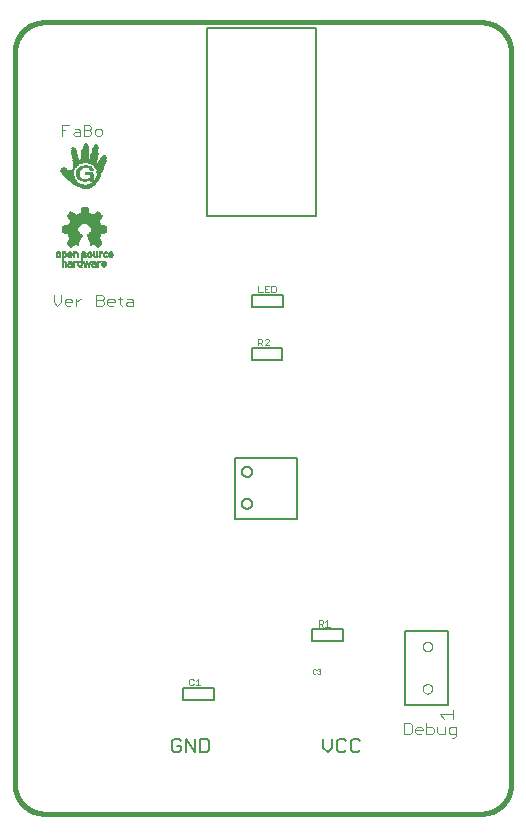
<source format=gto>
G75*
%MOIN*%
%OFA0B0*%
%FSLAX25Y25*%
%IPPOS*%
%LPD*%
%AMOC8*
5,1,8,0,0,1.08239X$1,22.5*
%
%ADD10C,0.00300*%
%ADD11C,0.01600*%
%ADD12C,0.00500*%
%ADD13C,0.00400*%
%ADD14C,0.00000*%
%ADD15C,0.00100*%
%ADD16R,0.00770X0.00035*%
%ADD17R,0.01400X0.00035*%
%ADD18R,0.01855X0.00035*%
%ADD19R,0.02170X0.00035*%
%ADD20R,0.02485X0.00035*%
%ADD21R,0.02765X0.00035*%
%ADD22R,0.02975X0.00035*%
%ADD23R,0.03220X0.00035*%
%ADD24R,0.03395X0.00035*%
%ADD25R,0.03605X0.00035*%
%ADD26R,0.03780X0.00035*%
%ADD27R,0.03955X0.00035*%
%ADD28R,0.04130X0.00035*%
%ADD29R,0.04270X0.00035*%
%ADD30R,0.04375X0.00035*%
%ADD31R,0.04550X0.00035*%
%ADD32R,0.04690X0.00035*%
%ADD33R,0.04865X0.00035*%
%ADD34R,0.04970X0.00035*%
%ADD35R,0.05110X0.00035*%
%ADD36R,0.05215X0.00035*%
%ADD37R,0.05355X0.00035*%
%ADD38R,0.05460X0.00035*%
%ADD39R,0.05600X0.00035*%
%ADD40R,0.05705X0.00035*%
%ADD41R,0.05810X0.00035*%
%ADD42R,0.05915X0.00035*%
%ADD43R,0.06055X0.00035*%
%ADD44R,0.06160X0.00035*%
%ADD45R,0.06265X0.00035*%
%ADD46R,0.06335X0.00035*%
%ADD47R,0.06440X0.00035*%
%ADD48R,0.06545X0.00035*%
%ADD49R,0.03080X0.00035*%
%ADD50R,0.02660X0.00035*%
%ADD51R,0.02870X0.00035*%
%ADD52R,0.02415X0.00035*%
%ADD53R,0.02730X0.00035*%
%ADD54R,0.02310X0.00035*%
%ADD55R,0.02695X0.00035*%
%ADD56R,0.02170X0.00035*%
%ADD57R,0.02590X0.00035*%
%ADD58R,0.02100X0.00035*%
%ADD59R,0.02520X0.00035*%
%ADD60R,0.02030X0.00035*%
%ADD61R,0.02450X0.00035*%
%ADD62R,0.01960X0.00035*%
%ADD63R,0.01890X0.00035*%
%ADD64R,0.02380X0.00035*%
%ADD65R,0.01785X0.00035*%
%ADD66R,0.01750X0.00035*%
%ADD67R,0.01715X0.00035*%
%ADD68R,0.02275X0.00035*%
%ADD69R,0.01645X0.00035*%
%ADD70R,0.02240X0.00035*%
%ADD71R,0.01610X0.00035*%
%ADD72R,0.02240X0.00035*%
%ADD73R,0.01575X0.00035*%
%ADD74R,0.01540X0.00035*%
%ADD75R,0.02205X0.00035*%
%ADD76R,0.01505X0.00035*%
%ADD77R,0.01470X0.00035*%
%ADD78R,0.01435X0.00035*%
%ADD79R,0.01365X0.00035*%
%ADD80R,0.01330X0.00035*%
%ADD81R,0.01295X0.00035*%
%ADD82R,0.01295X0.00035*%
%ADD83R,0.01260X0.00035*%
%ADD84R,0.01190X0.00035*%
%ADD85R,0.01225X0.00035*%
%ADD86R,0.00385X0.00035*%
%ADD87R,0.00980X0.00035*%
%ADD88R,0.01155X0.00035*%
%ADD89R,0.01645X0.00035*%
%ADD90R,0.01015X0.00035*%
%ADD91R,0.01050X0.00035*%
%ADD92R,0.02345X0.00035*%
%ADD93R,0.01085X0.00035*%
%ADD94R,0.02905X0.00035*%
%ADD95R,0.03045X0.00035*%
%ADD96R,0.01120X0.00035*%
%ADD97R,0.02345X0.00035*%
%ADD98R,0.03255X0.00035*%
%ADD99R,0.01120X0.00035*%
%ADD100R,0.03500X0.00035*%
%ADD101R,0.02415X0.00035*%
%ADD102R,0.03640X0.00035*%
%ADD103R,0.04900X0.00035*%
%ADD104R,0.04935X0.00035*%
%ADD105R,0.05005X0.00035*%
%ADD106R,0.01680X0.00035*%
%ADD107R,0.02065X0.00035*%
%ADD108R,0.02555X0.00035*%
%ADD109R,0.02590X0.00035*%
%ADD110R,0.02625X0.00035*%
%ADD111R,0.02695X0.00035*%
%ADD112R,0.01470X0.00035*%
%ADD113R,0.02765X0.00035*%
%ADD114R,0.02800X0.00035*%
%ADD115R,0.02835X0.00035*%
%ADD116R,0.01365X0.00035*%
%ADD117R,0.02940X0.00035*%
%ADD118R,0.03010X0.00035*%
%ADD119R,0.03045X0.00035*%
%ADD120R,0.03115X0.00035*%
%ADD121R,0.03150X0.00035*%
%ADD122R,0.03185X0.00035*%
%ADD123R,0.03220X0.00035*%
%ADD124R,0.01190X0.00035*%
%ADD125R,0.03290X0.00035*%
%ADD126R,0.03325X0.00035*%
%ADD127R,0.03360X0.00035*%
%ADD128R,0.03430X0.00035*%
%ADD129R,0.03465X0.00035*%
%ADD130R,0.03535X0.00035*%
%ADD131R,0.03570X0.00035*%
%ADD132R,0.03675X0.00035*%
%ADD133R,0.03710X0.00035*%
%ADD134R,0.03745X0.00035*%
%ADD135R,0.03815X0.00035*%
%ADD136R,0.03850X0.00035*%
%ADD137R,0.03885X0.00035*%
%ADD138R,0.03920X0.00035*%
%ADD139R,0.03990X0.00035*%
%ADD140R,0.04025X0.00035*%
%ADD141R,0.02870X0.00035*%
%ADD142R,0.04095X0.00035*%
%ADD143R,0.04165X0.00035*%
%ADD144R,0.04200X0.00035*%
%ADD145R,0.04235X0.00035*%
%ADD146R,0.04270X0.00035*%
%ADD147R,0.01820X0.00035*%
%ADD148R,0.04305X0.00035*%
%ADD149R,0.04340X0.00035*%
%ADD150R,0.01925X0.00035*%
%ADD151R,0.04410X0.00035*%
%ADD152R,0.00945X0.00035*%
%ADD153R,0.00875X0.00035*%
%ADD154R,0.00840X0.00035*%
%ADD155R,0.02135X0.00035*%
%ADD156R,0.00805X0.00035*%
%ADD157R,0.00735X0.00035*%
%ADD158R,0.01995X0.00035*%
%ADD159R,0.02520X0.00035*%
%ADD160R,0.01540X0.00035*%
%ADD161R,0.00770X0.00035*%
%ADD162R,0.00665X0.00035*%
%ADD163R,0.00420X0.00035*%
%ADD164R,0.00910X0.00035*%
%ADD165R,0.04060X0.00035*%
%ADD166R,0.01015X0.00035*%
%ADD167R,0.03115X0.00035*%
%ADD168R,0.03395X0.00035*%
%ADD169R,0.03745X0.00035*%
%ADD170R,0.04340X0.00035*%
%ADD171R,0.04480X0.00035*%
%ADD172R,0.02065X0.00035*%
%ADD173R,0.04515X0.00035*%
%ADD174R,0.04585X0.00035*%
%ADD175R,0.04760X0.00035*%
%ADD176R,0.04830X0.00035*%
%ADD177R,0.07805X0.00035*%
%ADD178R,0.07840X0.00035*%
%ADD179R,0.07875X0.00035*%
%ADD180R,0.07910X0.00035*%
%ADD181R,0.07945X0.00035*%
%ADD182R,0.07980X0.00035*%
%ADD183R,0.08015X0.00035*%
%ADD184R,0.08050X0.00035*%
%ADD185R,0.05635X0.00035*%
%ADD186R,0.01995X0.00035*%
%ADD187R,0.01890X0.00035*%
%ADD188R,0.01715X0.00035*%
%ADD189R,0.00945X0.00035*%
%ADD190R,0.00560X0.00035*%
%ADD191R,0.01820X0.00035*%
%ADD192R,0.00700X0.00035*%
%ADD193R,0.00630X0.00035*%
%ADD194R,0.00525X0.00035*%
%ADD195R,0.00175X0.00035*%
%ADD196R,0.00595X0.00035*%
%ADD197R,0.00490X0.00035*%
%ADD198R,0.00210X0.00035*%
%ADD199R,0.00490X0.00035*%
%ADD200R,0.00315X0.00035*%
%ADD201R,0.00520X0.00040*%
%ADD202R,0.00520X0.00040*%
%ADD203R,0.00760X0.00040*%
%ADD204R,0.00640X0.00040*%
%ADD205R,0.00440X0.00040*%
%ADD206R,0.00480X0.00040*%
%ADD207R,0.00520X0.00040*%
%ADD208R,0.00520X0.00040*%
%ADD209R,0.01400X0.00040*%
%ADD210R,0.00800X0.00040*%
%ADD211R,0.00480X0.00040*%
%ADD212R,0.00960X0.00040*%
%ADD213R,0.01440X0.00040*%
%ADD214R,0.01080X0.00040*%
%ADD215R,0.01520X0.00040*%
%ADD216R,0.01440X0.00040*%
%ADD217R,0.00560X0.00040*%
%ADD218R,0.01480X0.00040*%
%ADD219R,0.01200X0.00040*%
%ADD220R,0.01560X0.00040*%
%ADD221R,0.01320X0.00040*%
%ADD222R,0.01560X0.00040*%
%ADD223R,0.01520X0.00040*%
%ADD224R,0.00600X0.00040*%
%ADD225R,0.00560X0.00040*%
%ADD226R,0.01400X0.00040*%
%ADD227R,0.01600X0.00040*%
%ADD228R,0.00600X0.00040*%
%ADD229R,0.00640X0.00040*%
%ADD230R,0.01640X0.00040*%
%ADD231R,0.00680X0.00040*%
%ADD232R,0.01680X0.00040*%
%ADD233R,0.01680X0.00040*%
%ADD234R,0.01640X0.00040*%
%ADD235R,0.00720X0.00040*%
%ADD236R,0.01480X0.00040*%
%ADD237R,0.00760X0.00040*%
%ADD238R,0.00720X0.00040*%
%ADD239R,0.00640X0.00040*%
%ADD240R,0.00360X0.00040*%
%ADD241R,0.00240X0.00040*%
%ADD242R,0.00160X0.00040*%
%ADD243R,0.00840X0.00040*%
%ADD244R,0.00080X0.00040*%
%ADD245R,0.00880X0.00040*%
%ADD246R,0.00920X0.00040*%
%ADD247R,0.00960X0.00040*%
%ADD248R,0.01640X0.00040*%
%ADD249R,0.01760X0.00040*%
%ADD250R,0.00440X0.00040*%
%ADD251R,0.01000X0.00040*%
%ADD252R,0.01760X0.00040*%
%ADD253R,0.00440X0.00040*%
%ADD254R,0.01320X0.00040*%
%ADD255R,0.01200X0.00040*%
%ADD256R,0.00920X0.00040*%
%ADD257R,0.00840X0.00040*%
%ADD258R,0.00800X0.00040*%
%ADD259R,0.00080X0.00040*%
%ADD260R,0.00120X0.00040*%
%ADD261R,0.00240X0.00040*%
%ADD262R,0.00720X0.00040*%
%ADD263R,0.00200X0.00040*%
%ADD264R,0.00400X0.00040*%
%ADD265R,0.01240X0.00040*%
%ADD266R,0.01640X0.00040*%
%ADD267R,0.01440X0.00040*%
%ADD268R,0.01280X0.00040*%
%ADD269R,0.01520X0.00040*%
%ADD270R,0.01280X0.00040*%
%ADD271R,0.01520X0.00040*%
%ADD272R,0.01360X0.00040*%
%ADD273R,0.01440X0.00040*%
%ADD274R,0.01240X0.00040*%
%ADD275R,0.01120X0.00040*%
%ADD276R,0.01240X0.00040*%
%ADD277R,0.01040X0.00040*%
%ADD278R,0.00840X0.00040*%
%ADD279R,0.00440X0.00040*%
%ADD280R,0.00400X0.00040*%
%ADD281R,0.00320X0.00040*%
%ADD282R,0.00920X0.00040*%
%ADD283R,0.01040X0.00040*%
%ADD284R,0.01000X0.00040*%
%ADD285R,0.01080X0.00040*%
%ADD286R,0.01160X0.00040*%
%ADD287R,0.01040X0.00040*%
%ADD288R,0.01160X0.00040*%
%ADD289R,0.01600X0.00040*%
%ADD290R,0.01720X0.00040*%
%ADD291R,0.01720X0.00040*%
%ADD292R,0.00640X0.00040*%
%ADD293R,0.00680X0.00040*%
%ADD294R,0.00360X0.00040*%
%ADD295R,0.00280X0.00040*%
%ADD296R,0.00120X0.00040*%
%ADD297R,0.00040X0.00040*%
%ADD298R,0.00040X0.00040*%
%ADD299R,0.01320X0.00040*%
%ADD300R,0.00280X0.00040*%
%ADD301R,0.00320X0.00040*%
%ADD302R,0.01320X0.00040*%
%ADD303R,0.01120X0.00040*%
%ADD304R,0.01120X0.00040*%
%ADD305R,0.01800X0.00040*%
%ADD306R,0.01920X0.00040*%
%ADD307R,0.01920X0.00040*%
%ADD308R,0.02000X0.00040*%
%ADD309R,0.02120X0.00040*%
%ADD310R,0.02200X0.00040*%
%ADD311R,0.02320X0.00040*%
%ADD312R,0.02400X0.00040*%
%ADD313R,0.02520X0.00040*%
%ADD314R,0.02600X0.00040*%
%ADD315R,0.00880X0.00040*%
%ADD316R,0.03680X0.00040*%
%ADD317R,0.03720X0.00040*%
%ADD318R,0.03800X0.00040*%
%ADD319R,0.03840X0.00040*%
%ADD320R,0.03840X0.00040*%
%ADD321R,0.03920X0.00040*%
%ADD322R,0.03960X0.00040*%
%ADD323R,0.04000X0.00040*%
%ADD324R,0.04080X0.00040*%
%ADD325R,0.04120X0.00040*%
%ADD326R,0.04160X0.00040*%
%ADD327R,0.04200X0.00040*%
%ADD328R,0.04200X0.00040*%
%ADD329R,0.04160X0.00040*%
%ADD330R,0.04120X0.00040*%
%ADD331R,0.04080X0.00040*%
%ADD332R,0.04040X0.00040*%
%ADD333R,0.04040X0.00040*%
%ADD334R,0.04040X0.00040*%
%ADD335R,0.04040X0.00040*%
%ADD336R,0.03960X0.00040*%
%ADD337R,0.03920X0.00040*%
%ADD338R,0.03920X0.00040*%
%ADD339R,0.03880X0.00040*%
%ADD340R,0.03920X0.00040*%
%ADD341R,0.03880X0.00040*%
%ADD342R,0.03800X0.00040*%
%ADD343R,0.04240X0.00040*%
%ADD344R,0.04240X0.00040*%
%ADD345R,0.04280X0.00040*%
%ADD346R,0.04360X0.00040*%
%ADD347R,0.04400X0.00040*%
%ADD348R,0.04440X0.00040*%
%ADD349R,0.04520X0.00040*%
%ADD350R,0.04520X0.00040*%
%ADD351R,0.04520X0.00040*%
%ADD352R,0.04520X0.00040*%
%ADD353R,0.04480X0.00040*%
%ADD354R,0.04440X0.00040*%
%ADD355R,0.04400X0.00040*%
%ADD356R,0.04360X0.00040*%
%ADD357R,0.04320X0.00040*%
%ADD358R,0.04240X0.00040*%
%ADD359R,0.04320X0.00040*%
%ADD360R,0.04320X0.00040*%
%ADD361R,0.04560X0.00040*%
%ADD362R,0.04720X0.00040*%
%ADD363R,0.04920X0.00040*%
%ADD364R,0.04920X0.00040*%
%ADD365R,0.05080X0.00040*%
%ADD366R,0.05240X0.00040*%
%ADD367R,0.05240X0.00040*%
%ADD368R,0.05480X0.00040*%
%ADD369R,0.05640X0.00040*%
%ADD370R,0.05640X0.00040*%
%ADD371R,0.05680X0.00040*%
%ADD372R,0.05640X0.00040*%
%ADD373R,0.05600X0.00040*%
%ADD374R,0.05600X0.00040*%
%ADD375R,0.05560X0.00040*%
%ADD376R,0.05520X0.00040*%
%ADD377R,0.05520X0.00040*%
%ADD378R,0.05480X0.00040*%
%ADD379R,0.05440X0.00040*%
%ADD380R,0.05440X0.00040*%
%ADD381R,0.05560X0.00040*%
%ADD382R,0.05680X0.00040*%
%ADD383R,0.05440X0.00040*%
%ADD384R,0.05280X0.00040*%
%ADD385R,0.04920X0.00040*%
%ADD386R,0.04600X0.00040*%
%ADD387R,0.04840X0.00040*%
%ADD388R,0.10440X0.00040*%
%ADD389R,0.10360X0.00040*%
%ADD390R,0.10360X0.00040*%
%ADD391R,0.10280X0.00040*%
%ADD392R,0.10200X0.00040*%
%ADD393R,0.10200X0.00040*%
%ADD394R,0.10120X0.00040*%
%ADD395R,0.10040X0.00040*%
%ADD396R,0.10040X0.00040*%
%ADD397R,0.09960X0.00040*%
%ADD398R,0.09880X0.00040*%
%ADD399R,0.09880X0.00040*%
%ADD400R,0.09800X0.00040*%
%ADD401R,0.09720X0.00040*%
%ADD402R,0.09720X0.00040*%
%ADD403R,0.10280X0.00040*%
%ADD404R,0.10520X0.00040*%
%ADD405R,0.10520X0.00040*%
%ADD406R,0.10600X0.00040*%
%ADD407R,0.10680X0.00040*%
%ADD408R,0.10760X0.00040*%
%ADD409R,0.10840X0.00040*%
%ADD410R,0.10920X0.00040*%
%ADD411R,0.11000X0.00040*%
%ADD412R,0.11080X0.00040*%
%ADD413R,0.11080X0.00040*%
%ADD414R,0.11160X0.00040*%
%ADD415R,0.11240X0.00040*%
%ADD416R,0.11320X0.00040*%
%ADD417R,0.11400X0.00040*%
%ADD418R,0.11400X0.00040*%
%ADD419R,0.11480X0.00040*%
%ADD420R,0.11560X0.00040*%
%ADD421R,0.11640X0.00040*%
%ADD422R,0.11640X0.00040*%
%ADD423R,0.11720X0.00040*%
%ADD424R,0.11800X0.00040*%
%ADD425R,0.11880X0.00040*%
%ADD426R,0.11880X0.00040*%
%ADD427R,0.11960X0.00040*%
%ADD428R,0.11720X0.00040*%
%ADD429R,0.11320X0.00040*%
%ADD430R,0.02760X0.00040*%
%ADD431R,0.05400X0.00040*%
%ADD432R,0.02640X0.00040*%
%ADD433R,0.05160X0.00040*%
%ADD434R,0.02560X0.00040*%
%ADD435R,0.05000X0.00040*%
%ADD436R,0.02440X0.00040*%
%ADD437R,0.04760X0.00040*%
%ADD438R,0.02440X0.00040*%
%ADD439R,0.02360X0.00040*%
%ADD440R,0.04600X0.00040*%
%ADD441R,0.02280X0.00040*%
%ADD442R,0.02240X0.00040*%
%ADD443R,0.02160X0.00040*%
%ADD444R,0.02080X0.00040*%
%ADD445R,0.01960X0.00040*%
%ADD446R,0.01880X0.00040*%
%ADD447R,0.03640X0.00040*%
%ADD448R,0.03400X0.00040*%
%ADD449R,0.03240X0.00040*%
%ADD450R,0.03000X0.00040*%
%ADD451R,0.02920X0.00040*%
%ADD452R,0.01360X0.00040*%
%ADD453R,0.02840X0.00040*%
%ADD454R,0.02840X0.00040*%
%ADD455R,0.02760X0.00040*%
%ADD456R,0.02680X0.00040*%
%ADD457R,0.02680X0.00040*%
%ADD458R,0.02600X0.00040*%
%ADD459R,0.02520X0.00040*%
%ADD460R,0.02520X0.00040*%
%ADD461R,0.02440X0.00040*%
%ADD462R,0.02360X0.00040*%
%ADD463R,0.02280X0.00040*%
%ADD464R,0.02200X0.00040*%
%ADD465R,0.02120X0.00040*%
%ADD466C,0.00200*%
D10*
X0018736Y0175375D02*
X0019970Y0176610D01*
X0019970Y0179078D01*
X0021802Y0177844D02*
X0023036Y0177844D01*
X0023653Y0177227D01*
X0023653Y0176610D01*
X0021184Y0176610D01*
X0021184Y0177227D02*
X0021802Y0177844D01*
X0021184Y0177227D02*
X0021184Y0175992D01*
X0021802Y0175375D01*
X0023036Y0175375D01*
X0024867Y0175375D02*
X0024867Y0177844D01*
X0024867Y0176610D02*
X0026102Y0177844D01*
X0026719Y0177844D01*
X0031620Y0177227D02*
X0033471Y0177227D01*
X0034089Y0176610D01*
X0034089Y0175992D01*
X0033471Y0175375D01*
X0031620Y0175375D01*
X0031620Y0179078D01*
X0033471Y0179078D01*
X0034089Y0178461D01*
X0034089Y0177844D01*
X0033471Y0177227D01*
X0035303Y0177227D02*
X0035920Y0177844D01*
X0037155Y0177844D01*
X0037772Y0177227D01*
X0037772Y0176610D01*
X0035303Y0176610D01*
X0035303Y0177227D02*
X0035303Y0175992D01*
X0035920Y0175375D01*
X0037155Y0175375D01*
X0039603Y0175992D02*
X0040221Y0175375D01*
X0039603Y0175992D02*
X0039603Y0178461D01*
X0038986Y0177844D02*
X0040221Y0177844D01*
X0042059Y0177844D02*
X0043293Y0177844D01*
X0043910Y0177227D01*
X0043910Y0175375D01*
X0042059Y0175375D01*
X0041442Y0175992D01*
X0042059Y0176610D01*
X0043910Y0176610D01*
X0018736Y0175375D02*
X0017501Y0176610D01*
X0017501Y0179078D01*
X0020174Y0232029D02*
X0020174Y0235732D01*
X0022643Y0235732D01*
X0024475Y0234498D02*
X0025709Y0234498D01*
X0026326Y0233880D01*
X0026326Y0232029D01*
X0024475Y0232029D01*
X0023857Y0232646D01*
X0024475Y0233263D01*
X0026326Y0233263D01*
X0027541Y0233880D02*
X0029392Y0233880D01*
X0030009Y0233263D01*
X0030009Y0232646D01*
X0029392Y0232029D01*
X0027541Y0232029D01*
X0027541Y0235732D01*
X0029392Y0235732D01*
X0030009Y0235115D01*
X0030009Y0234498D01*
X0029392Y0233880D01*
X0031224Y0233880D02*
X0031224Y0232646D01*
X0031841Y0232029D01*
X0033075Y0232029D01*
X0033692Y0232646D01*
X0033692Y0233880D01*
X0033075Y0234498D01*
X0031841Y0234498D01*
X0031224Y0233880D01*
X0021409Y0233880D02*
X0020174Y0233880D01*
X0134352Y0036362D02*
X0136203Y0036362D01*
X0136820Y0035745D01*
X0136820Y0033276D01*
X0136203Y0032659D01*
X0134352Y0032659D01*
X0134352Y0036362D01*
X0138035Y0034510D02*
X0138652Y0035127D01*
X0139886Y0035127D01*
X0140503Y0034510D01*
X0140503Y0033893D01*
X0138035Y0033893D01*
X0138035Y0033276D02*
X0138035Y0034510D01*
X0138035Y0033276D02*
X0138652Y0032659D01*
X0139886Y0032659D01*
X0141718Y0032659D02*
X0143569Y0032659D01*
X0144187Y0033276D01*
X0144187Y0034510D01*
X0143569Y0035127D01*
X0141718Y0035127D01*
X0141718Y0036362D02*
X0141718Y0032659D01*
X0145401Y0033276D02*
X0146018Y0032659D01*
X0147870Y0032659D01*
X0147870Y0035127D01*
X0149084Y0034510D02*
X0149084Y0033276D01*
X0149701Y0032659D01*
X0151553Y0032659D01*
X0151553Y0032041D02*
X0151553Y0035127D01*
X0149701Y0035127D01*
X0149084Y0034510D01*
X0150319Y0031424D02*
X0150936Y0031424D01*
X0151553Y0032041D01*
X0145401Y0033276D02*
X0145401Y0035127D01*
D11*
X0004556Y0015973D02*
X0004556Y0260068D01*
X0004555Y0260068D02*
X0004558Y0260306D01*
X0004566Y0260544D01*
X0004581Y0260781D01*
X0004601Y0261018D01*
X0004627Y0261254D01*
X0004658Y0261490D01*
X0004695Y0261725D01*
X0004738Y0261959D01*
X0004787Y0262192D01*
X0004841Y0262424D01*
X0004901Y0262654D01*
X0004966Y0262883D01*
X0005037Y0263110D01*
X0005113Y0263335D01*
X0005195Y0263558D01*
X0005282Y0263780D01*
X0005374Y0263999D01*
X0005472Y0264216D01*
X0005574Y0264430D01*
X0005682Y0264642D01*
X0005796Y0264852D01*
X0005914Y0265058D01*
X0006037Y0265262D01*
X0006165Y0265462D01*
X0006297Y0265659D01*
X0006435Y0265854D01*
X0006577Y0266044D01*
X0006724Y0266232D01*
X0006875Y0266415D01*
X0007030Y0266595D01*
X0007190Y0266771D01*
X0007354Y0266943D01*
X0007523Y0267112D01*
X0007695Y0267276D01*
X0007871Y0267436D01*
X0008051Y0267591D01*
X0008234Y0267742D01*
X0008422Y0267889D01*
X0008612Y0268031D01*
X0008807Y0268169D01*
X0009004Y0268301D01*
X0009204Y0268429D01*
X0009408Y0268552D01*
X0009614Y0268670D01*
X0009824Y0268784D01*
X0010036Y0268892D01*
X0010250Y0268994D01*
X0010467Y0269092D01*
X0010686Y0269184D01*
X0010908Y0269271D01*
X0011131Y0269353D01*
X0011356Y0269429D01*
X0011583Y0269500D01*
X0011812Y0269565D01*
X0012042Y0269625D01*
X0012274Y0269679D01*
X0012507Y0269728D01*
X0012741Y0269771D01*
X0012976Y0269808D01*
X0013212Y0269839D01*
X0013448Y0269865D01*
X0013685Y0269885D01*
X0013922Y0269900D01*
X0014160Y0269908D01*
X0014398Y0269911D01*
X0014398Y0269910D02*
X0160068Y0269910D01*
X0160068Y0269911D02*
X0160306Y0269908D01*
X0160544Y0269900D01*
X0160781Y0269885D01*
X0161018Y0269865D01*
X0161254Y0269839D01*
X0161490Y0269808D01*
X0161725Y0269771D01*
X0161959Y0269728D01*
X0162192Y0269679D01*
X0162424Y0269625D01*
X0162654Y0269565D01*
X0162883Y0269500D01*
X0163110Y0269429D01*
X0163335Y0269353D01*
X0163558Y0269271D01*
X0163780Y0269184D01*
X0163999Y0269092D01*
X0164216Y0268994D01*
X0164430Y0268892D01*
X0164642Y0268784D01*
X0164852Y0268670D01*
X0165058Y0268552D01*
X0165262Y0268429D01*
X0165462Y0268301D01*
X0165659Y0268169D01*
X0165854Y0268031D01*
X0166044Y0267889D01*
X0166232Y0267742D01*
X0166415Y0267591D01*
X0166595Y0267436D01*
X0166771Y0267276D01*
X0166943Y0267112D01*
X0167112Y0266943D01*
X0167276Y0266771D01*
X0167436Y0266595D01*
X0167591Y0266415D01*
X0167742Y0266232D01*
X0167889Y0266044D01*
X0168031Y0265854D01*
X0168169Y0265659D01*
X0168301Y0265462D01*
X0168429Y0265262D01*
X0168552Y0265058D01*
X0168670Y0264852D01*
X0168784Y0264642D01*
X0168892Y0264430D01*
X0168994Y0264216D01*
X0169092Y0263999D01*
X0169184Y0263780D01*
X0169271Y0263558D01*
X0169353Y0263335D01*
X0169429Y0263110D01*
X0169500Y0262883D01*
X0169565Y0262654D01*
X0169625Y0262424D01*
X0169679Y0262192D01*
X0169728Y0261959D01*
X0169771Y0261725D01*
X0169808Y0261490D01*
X0169839Y0261254D01*
X0169865Y0261018D01*
X0169885Y0260781D01*
X0169900Y0260544D01*
X0169908Y0260306D01*
X0169911Y0260068D01*
X0169910Y0260068D02*
X0169910Y0015973D01*
X0169911Y0015973D02*
X0169908Y0015735D01*
X0169900Y0015497D01*
X0169885Y0015260D01*
X0169865Y0015023D01*
X0169839Y0014787D01*
X0169808Y0014551D01*
X0169771Y0014316D01*
X0169728Y0014082D01*
X0169679Y0013849D01*
X0169625Y0013617D01*
X0169565Y0013387D01*
X0169500Y0013158D01*
X0169429Y0012931D01*
X0169353Y0012706D01*
X0169271Y0012483D01*
X0169184Y0012261D01*
X0169092Y0012042D01*
X0168994Y0011825D01*
X0168892Y0011611D01*
X0168784Y0011399D01*
X0168670Y0011189D01*
X0168552Y0010983D01*
X0168429Y0010779D01*
X0168301Y0010579D01*
X0168169Y0010382D01*
X0168031Y0010187D01*
X0167889Y0009997D01*
X0167742Y0009809D01*
X0167591Y0009626D01*
X0167436Y0009446D01*
X0167276Y0009270D01*
X0167112Y0009098D01*
X0166943Y0008929D01*
X0166771Y0008765D01*
X0166595Y0008605D01*
X0166415Y0008450D01*
X0166232Y0008299D01*
X0166044Y0008152D01*
X0165854Y0008010D01*
X0165659Y0007872D01*
X0165462Y0007740D01*
X0165262Y0007612D01*
X0165058Y0007489D01*
X0164852Y0007371D01*
X0164642Y0007257D01*
X0164430Y0007149D01*
X0164216Y0007047D01*
X0163999Y0006949D01*
X0163780Y0006857D01*
X0163558Y0006770D01*
X0163335Y0006688D01*
X0163110Y0006612D01*
X0162883Y0006541D01*
X0162654Y0006476D01*
X0162424Y0006416D01*
X0162192Y0006362D01*
X0161959Y0006313D01*
X0161725Y0006270D01*
X0161490Y0006233D01*
X0161254Y0006202D01*
X0161018Y0006176D01*
X0160781Y0006156D01*
X0160544Y0006141D01*
X0160306Y0006133D01*
X0160068Y0006130D01*
X0160068Y0006131D02*
X0014398Y0006131D01*
X0014398Y0006130D02*
X0014160Y0006133D01*
X0013922Y0006141D01*
X0013685Y0006156D01*
X0013448Y0006176D01*
X0013212Y0006202D01*
X0012976Y0006233D01*
X0012741Y0006270D01*
X0012507Y0006313D01*
X0012274Y0006362D01*
X0012042Y0006416D01*
X0011812Y0006476D01*
X0011583Y0006541D01*
X0011356Y0006612D01*
X0011131Y0006688D01*
X0010908Y0006770D01*
X0010686Y0006857D01*
X0010467Y0006949D01*
X0010250Y0007047D01*
X0010036Y0007149D01*
X0009824Y0007257D01*
X0009614Y0007371D01*
X0009408Y0007489D01*
X0009204Y0007612D01*
X0009004Y0007740D01*
X0008807Y0007872D01*
X0008612Y0008010D01*
X0008422Y0008152D01*
X0008234Y0008299D01*
X0008051Y0008450D01*
X0007871Y0008605D01*
X0007695Y0008765D01*
X0007523Y0008929D01*
X0007354Y0009098D01*
X0007190Y0009270D01*
X0007030Y0009446D01*
X0006875Y0009626D01*
X0006724Y0009809D01*
X0006577Y0009997D01*
X0006435Y0010187D01*
X0006297Y0010382D01*
X0006165Y0010579D01*
X0006037Y0010779D01*
X0005914Y0010983D01*
X0005796Y0011189D01*
X0005682Y0011399D01*
X0005574Y0011611D01*
X0005472Y0011825D01*
X0005374Y0012042D01*
X0005282Y0012261D01*
X0005195Y0012483D01*
X0005113Y0012706D01*
X0005037Y0012931D01*
X0004966Y0013158D01*
X0004901Y0013387D01*
X0004841Y0013617D01*
X0004787Y0013849D01*
X0004738Y0014082D01*
X0004695Y0014316D01*
X0004658Y0014551D01*
X0004627Y0014787D01*
X0004601Y0015023D01*
X0004581Y0015260D01*
X0004566Y0015497D01*
X0004558Y0015735D01*
X0004555Y0015973D01*
D12*
X0056986Y0027323D02*
X0057737Y0026573D01*
X0059238Y0026573D01*
X0059989Y0027323D01*
X0059989Y0028825D01*
X0058487Y0028825D01*
X0056986Y0030326D02*
X0056986Y0027323D01*
X0056986Y0030326D02*
X0057737Y0031077D01*
X0059238Y0031077D01*
X0059989Y0030326D01*
X0061590Y0031077D02*
X0064593Y0026573D01*
X0064593Y0031077D01*
X0066194Y0031077D02*
X0068446Y0031077D01*
X0069197Y0030326D01*
X0069197Y0027323D01*
X0068446Y0026573D01*
X0066194Y0026573D01*
X0066194Y0031077D01*
X0061590Y0031077D02*
X0061590Y0026573D01*
X0060934Y0044083D02*
X0070776Y0044083D01*
X0070776Y0048020D01*
X0060540Y0048020D01*
X0060540Y0044083D01*
X0077981Y0104359D02*
X0077981Y0124831D01*
X0098454Y0124831D01*
X0098454Y0104359D01*
X0077981Y0104359D01*
X0080248Y0109477D02*
X0080250Y0109558D01*
X0080256Y0109639D01*
X0080266Y0109720D01*
X0080280Y0109800D01*
X0080297Y0109880D01*
X0080319Y0109958D01*
X0080344Y0110035D01*
X0080373Y0110111D01*
X0080406Y0110186D01*
X0080442Y0110259D01*
X0080482Y0110330D01*
X0080525Y0110398D01*
X0080572Y0110465D01*
X0080621Y0110530D01*
X0080674Y0110591D01*
X0080730Y0110651D01*
X0080789Y0110707D01*
X0080850Y0110761D01*
X0080914Y0110811D01*
X0080980Y0110858D01*
X0081048Y0110903D01*
X0081118Y0110943D01*
X0081191Y0110980D01*
X0081265Y0111014D01*
X0081340Y0111044D01*
X0081417Y0111070D01*
X0081496Y0111093D01*
X0081575Y0111111D01*
X0081655Y0111126D01*
X0081735Y0111137D01*
X0081816Y0111144D01*
X0081898Y0111147D01*
X0081979Y0111146D01*
X0082060Y0111141D01*
X0082141Y0111132D01*
X0082221Y0111119D01*
X0082301Y0111103D01*
X0082380Y0111082D01*
X0082457Y0111058D01*
X0082534Y0111029D01*
X0082608Y0110998D01*
X0082682Y0110962D01*
X0082753Y0110923D01*
X0082822Y0110881D01*
X0082890Y0110835D01*
X0082955Y0110786D01*
X0083017Y0110734D01*
X0083077Y0110679D01*
X0083134Y0110621D01*
X0083189Y0110561D01*
X0083240Y0110498D01*
X0083288Y0110432D01*
X0083333Y0110364D01*
X0083374Y0110294D01*
X0083412Y0110222D01*
X0083447Y0110149D01*
X0083478Y0110074D01*
X0083505Y0109997D01*
X0083528Y0109919D01*
X0083548Y0109840D01*
X0083564Y0109760D01*
X0083576Y0109680D01*
X0083584Y0109599D01*
X0083588Y0109518D01*
X0083588Y0109436D01*
X0083584Y0109355D01*
X0083576Y0109274D01*
X0083564Y0109194D01*
X0083548Y0109114D01*
X0083528Y0109035D01*
X0083505Y0108957D01*
X0083478Y0108880D01*
X0083447Y0108805D01*
X0083412Y0108732D01*
X0083374Y0108660D01*
X0083333Y0108590D01*
X0083288Y0108522D01*
X0083240Y0108456D01*
X0083189Y0108393D01*
X0083134Y0108333D01*
X0083077Y0108275D01*
X0083017Y0108220D01*
X0082955Y0108168D01*
X0082890Y0108119D01*
X0082822Y0108073D01*
X0082753Y0108031D01*
X0082682Y0107992D01*
X0082608Y0107956D01*
X0082534Y0107925D01*
X0082457Y0107896D01*
X0082380Y0107872D01*
X0082301Y0107851D01*
X0082221Y0107835D01*
X0082141Y0107822D01*
X0082060Y0107813D01*
X0081979Y0107808D01*
X0081898Y0107807D01*
X0081816Y0107810D01*
X0081735Y0107817D01*
X0081655Y0107828D01*
X0081575Y0107843D01*
X0081496Y0107861D01*
X0081417Y0107884D01*
X0081340Y0107910D01*
X0081265Y0107940D01*
X0081191Y0107974D01*
X0081118Y0108011D01*
X0081048Y0108051D01*
X0080980Y0108096D01*
X0080914Y0108143D01*
X0080850Y0108193D01*
X0080789Y0108247D01*
X0080730Y0108303D01*
X0080674Y0108363D01*
X0080621Y0108424D01*
X0080572Y0108489D01*
X0080525Y0108556D01*
X0080482Y0108624D01*
X0080442Y0108695D01*
X0080406Y0108768D01*
X0080373Y0108843D01*
X0080344Y0108919D01*
X0080319Y0108996D01*
X0080297Y0109074D01*
X0080280Y0109154D01*
X0080266Y0109234D01*
X0080256Y0109315D01*
X0080250Y0109396D01*
X0080248Y0109477D01*
X0080248Y0120107D02*
X0080250Y0120188D01*
X0080256Y0120269D01*
X0080266Y0120350D01*
X0080280Y0120430D01*
X0080297Y0120510D01*
X0080319Y0120588D01*
X0080344Y0120665D01*
X0080373Y0120741D01*
X0080406Y0120816D01*
X0080442Y0120889D01*
X0080482Y0120960D01*
X0080525Y0121028D01*
X0080572Y0121095D01*
X0080621Y0121160D01*
X0080674Y0121221D01*
X0080730Y0121281D01*
X0080789Y0121337D01*
X0080850Y0121391D01*
X0080914Y0121441D01*
X0080980Y0121488D01*
X0081048Y0121533D01*
X0081118Y0121573D01*
X0081191Y0121610D01*
X0081265Y0121644D01*
X0081340Y0121674D01*
X0081417Y0121700D01*
X0081496Y0121723D01*
X0081575Y0121741D01*
X0081655Y0121756D01*
X0081735Y0121767D01*
X0081816Y0121774D01*
X0081898Y0121777D01*
X0081979Y0121776D01*
X0082060Y0121771D01*
X0082141Y0121762D01*
X0082221Y0121749D01*
X0082301Y0121733D01*
X0082380Y0121712D01*
X0082457Y0121688D01*
X0082534Y0121659D01*
X0082608Y0121628D01*
X0082682Y0121592D01*
X0082753Y0121553D01*
X0082822Y0121511D01*
X0082890Y0121465D01*
X0082955Y0121416D01*
X0083017Y0121364D01*
X0083077Y0121309D01*
X0083134Y0121251D01*
X0083189Y0121191D01*
X0083240Y0121128D01*
X0083288Y0121062D01*
X0083333Y0120994D01*
X0083374Y0120924D01*
X0083412Y0120852D01*
X0083447Y0120779D01*
X0083478Y0120704D01*
X0083505Y0120627D01*
X0083528Y0120549D01*
X0083548Y0120470D01*
X0083564Y0120390D01*
X0083576Y0120310D01*
X0083584Y0120229D01*
X0083588Y0120148D01*
X0083588Y0120066D01*
X0083584Y0119985D01*
X0083576Y0119904D01*
X0083564Y0119824D01*
X0083548Y0119744D01*
X0083528Y0119665D01*
X0083505Y0119587D01*
X0083478Y0119510D01*
X0083447Y0119435D01*
X0083412Y0119362D01*
X0083374Y0119290D01*
X0083333Y0119220D01*
X0083288Y0119152D01*
X0083240Y0119086D01*
X0083189Y0119023D01*
X0083134Y0118963D01*
X0083077Y0118905D01*
X0083017Y0118850D01*
X0082955Y0118798D01*
X0082890Y0118749D01*
X0082822Y0118703D01*
X0082753Y0118661D01*
X0082682Y0118622D01*
X0082608Y0118586D01*
X0082534Y0118555D01*
X0082457Y0118526D01*
X0082380Y0118502D01*
X0082301Y0118481D01*
X0082221Y0118465D01*
X0082141Y0118452D01*
X0082060Y0118443D01*
X0081979Y0118438D01*
X0081898Y0118437D01*
X0081816Y0118440D01*
X0081735Y0118447D01*
X0081655Y0118458D01*
X0081575Y0118473D01*
X0081496Y0118491D01*
X0081417Y0118514D01*
X0081340Y0118540D01*
X0081265Y0118570D01*
X0081191Y0118604D01*
X0081118Y0118641D01*
X0081048Y0118681D01*
X0080980Y0118726D01*
X0080914Y0118773D01*
X0080850Y0118823D01*
X0080789Y0118877D01*
X0080730Y0118933D01*
X0080674Y0118993D01*
X0080621Y0119054D01*
X0080572Y0119119D01*
X0080525Y0119186D01*
X0080482Y0119254D01*
X0080442Y0119325D01*
X0080406Y0119398D01*
X0080373Y0119473D01*
X0080344Y0119549D01*
X0080319Y0119626D01*
X0080297Y0119704D01*
X0080280Y0119784D01*
X0080266Y0119864D01*
X0080256Y0119945D01*
X0080250Y0120026D01*
X0080248Y0120107D01*
X0083454Y0157430D02*
X0083454Y0161367D01*
X0093690Y0161367D01*
X0093690Y0157430D01*
X0083847Y0157430D01*
X0083926Y0175068D02*
X0093769Y0175068D01*
X0093769Y0179005D01*
X0083532Y0179005D01*
X0083532Y0175068D01*
X0068493Y0205343D02*
X0104910Y0205343D01*
X0104910Y0268139D01*
X0068493Y0268139D01*
X0068493Y0205343D01*
X0103650Y0067627D02*
X0103650Y0063690D01*
X0104044Y0063690D02*
X0113887Y0063690D01*
X0113887Y0067627D01*
X0103650Y0067627D01*
X0107380Y0031077D02*
X0107380Y0028074D01*
X0108881Y0026573D01*
X0110382Y0028074D01*
X0110382Y0031077D01*
X0111984Y0030326D02*
X0111984Y0027323D01*
X0112734Y0026573D01*
X0114236Y0026573D01*
X0114986Y0027323D01*
X0116588Y0027323D02*
X0117338Y0026573D01*
X0118840Y0026573D01*
X0119590Y0027323D01*
X0116588Y0027323D02*
X0116588Y0030326D01*
X0117338Y0031077D01*
X0118840Y0031077D01*
X0119590Y0030326D01*
X0114986Y0030326D02*
X0114236Y0031077D01*
X0112734Y0031077D01*
X0111984Y0030326D01*
X0134595Y0042430D02*
X0134595Y0067036D01*
X0148769Y0067036D01*
X0148769Y0042430D01*
X0134595Y0042430D01*
D13*
X0146130Y0039243D02*
X0150734Y0039243D01*
X0150734Y0037709D02*
X0150734Y0040778D01*
X0147665Y0037709D02*
X0146130Y0039243D01*
D14*
X0140501Y0047745D02*
X0140503Y0047824D01*
X0140509Y0047903D01*
X0140519Y0047982D01*
X0140533Y0048060D01*
X0140550Y0048137D01*
X0140572Y0048213D01*
X0140597Y0048288D01*
X0140627Y0048361D01*
X0140659Y0048433D01*
X0140696Y0048504D01*
X0140736Y0048572D01*
X0140779Y0048638D01*
X0140825Y0048702D01*
X0140875Y0048764D01*
X0140928Y0048823D01*
X0140983Y0048879D01*
X0141042Y0048933D01*
X0141103Y0048983D01*
X0141166Y0049031D01*
X0141232Y0049075D01*
X0141300Y0049116D01*
X0141370Y0049153D01*
X0141441Y0049187D01*
X0141515Y0049217D01*
X0141589Y0049243D01*
X0141665Y0049265D01*
X0141742Y0049284D01*
X0141820Y0049299D01*
X0141898Y0049310D01*
X0141977Y0049317D01*
X0142056Y0049320D01*
X0142135Y0049319D01*
X0142214Y0049314D01*
X0142293Y0049305D01*
X0142371Y0049292D01*
X0142448Y0049275D01*
X0142525Y0049255D01*
X0142600Y0049230D01*
X0142674Y0049202D01*
X0142747Y0049170D01*
X0142817Y0049135D01*
X0142886Y0049096D01*
X0142953Y0049053D01*
X0143018Y0049007D01*
X0143080Y0048959D01*
X0143140Y0048907D01*
X0143197Y0048852D01*
X0143251Y0048794D01*
X0143302Y0048734D01*
X0143350Y0048671D01*
X0143395Y0048606D01*
X0143437Y0048538D01*
X0143475Y0048469D01*
X0143509Y0048398D01*
X0143540Y0048325D01*
X0143568Y0048250D01*
X0143591Y0048175D01*
X0143611Y0048098D01*
X0143627Y0048021D01*
X0143639Y0047942D01*
X0143647Y0047864D01*
X0143651Y0047785D01*
X0143651Y0047705D01*
X0143647Y0047626D01*
X0143639Y0047548D01*
X0143627Y0047469D01*
X0143611Y0047392D01*
X0143591Y0047315D01*
X0143568Y0047240D01*
X0143540Y0047165D01*
X0143509Y0047092D01*
X0143475Y0047021D01*
X0143437Y0046952D01*
X0143395Y0046884D01*
X0143350Y0046819D01*
X0143302Y0046756D01*
X0143251Y0046696D01*
X0143197Y0046638D01*
X0143140Y0046583D01*
X0143080Y0046531D01*
X0143018Y0046483D01*
X0142953Y0046437D01*
X0142886Y0046394D01*
X0142817Y0046355D01*
X0142747Y0046320D01*
X0142674Y0046288D01*
X0142600Y0046260D01*
X0142525Y0046235D01*
X0142448Y0046215D01*
X0142371Y0046198D01*
X0142293Y0046185D01*
X0142214Y0046176D01*
X0142135Y0046171D01*
X0142056Y0046170D01*
X0141977Y0046173D01*
X0141898Y0046180D01*
X0141820Y0046191D01*
X0141742Y0046206D01*
X0141665Y0046225D01*
X0141589Y0046247D01*
X0141515Y0046273D01*
X0141441Y0046303D01*
X0141370Y0046337D01*
X0141300Y0046374D01*
X0141232Y0046415D01*
X0141166Y0046459D01*
X0141103Y0046507D01*
X0141042Y0046557D01*
X0140983Y0046611D01*
X0140928Y0046667D01*
X0140875Y0046726D01*
X0140825Y0046788D01*
X0140779Y0046852D01*
X0140736Y0046918D01*
X0140696Y0046986D01*
X0140659Y0047057D01*
X0140627Y0047129D01*
X0140597Y0047202D01*
X0140572Y0047277D01*
X0140550Y0047353D01*
X0140533Y0047430D01*
X0140519Y0047508D01*
X0140509Y0047587D01*
X0140503Y0047666D01*
X0140501Y0047745D01*
X0140501Y0061918D02*
X0140503Y0061997D01*
X0140509Y0062076D01*
X0140519Y0062155D01*
X0140533Y0062233D01*
X0140550Y0062310D01*
X0140572Y0062386D01*
X0140597Y0062461D01*
X0140627Y0062534D01*
X0140659Y0062606D01*
X0140696Y0062677D01*
X0140736Y0062745D01*
X0140779Y0062811D01*
X0140825Y0062875D01*
X0140875Y0062937D01*
X0140928Y0062996D01*
X0140983Y0063052D01*
X0141042Y0063106D01*
X0141103Y0063156D01*
X0141166Y0063204D01*
X0141232Y0063248D01*
X0141300Y0063289D01*
X0141370Y0063326D01*
X0141441Y0063360D01*
X0141515Y0063390D01*
X0141589Y0063416D01*
X0141665Y0063438D01*
X0141742Y0063457D01*
X0141820Y0063472D01*
X0141898Y0063483D01*
X0141977Y0063490D01*
X0142056Y0063493D01*
X0142135Y0063492D01*
X0142214Y0063487D01*
X0142293Y0063478D01*
X0142371Y0063465D01*
X0142448Y0063448D01*
X0142525Y0063428D01*
X0142600Y0063403D01*
X0142674Y0063375D01*
X0142747Y0063343D01*
X0142817Y0063308D01*
X0142886Y0063269D01*
X0142953Y0063226D01*
X0143018Y0063180D01*
X0143080Y0063132D01*
X0143140Y0063080D01*
X0143197Y0063025D01*
X0143251Y0062967D01*
X0143302Y0062907D01*
X0143350Y0062844D01*
X0143395Y0062779D01*
X0143437Y0062711D01*
X0143475Y0062642D01*
X0143509Y0062571D01*
X0143540Y0062498D01*
X0143568Y0062423D01*
X0143591Y0062348D01*
X0143611Y0062271D01*
X0143627Y0062194D01*
X0143639Y0062115D01*
X0143647Y0062037D01*
X0143651Y0061958D01*
X0143651Y0061878D01*
X0143647Y0061799D01*
X0143639Y0061721D01*
X0143627Y0061642D01*
X0143611Y0061565D01*
X0143591Y0061488D01*
X0143568Y0061413D01*
X0143540Y0061338D01*
X0143509Y0061265D01*
X0143475Y0061194D01*
X0143437Y0061125D01*
X0143395Y0061057D01*
X0143350Y0060992D01*
X0143302Y0060929D01*
X0143251Y0060869D01*
X0143197Y0060811D01*
X0143140Y0060756D01*
X0143080Y0060704D01*
X0143018Y0060656D01*
X0142953Y0060610D01*
X0142886Y0060567D01*
X0142817Y0060528D01*
X0142747Y0060493D01*
X0142674Y0060461D01*
X0142600Y0060433D01*
X0142525Y0060408D01*
X0142448Y0060388D01*
X0142371Y0060371D01*
X0142293Y0060358D01*
X0142214Y0060349D01*
X0142135Y0060344D01*
X0142056Y0060343D01*
X0141977Y0060346D01*
X0141898Y0060353D01*
X0141820Y0060364D01*
X0141742Y0060379D01*
X0141665Y0060398D01*
X0141589Y0060420D01*
X0141515Y0060446D01*
X0141441Y0060476D01*
X0141370Y0060510D01*
X0141300Y0060547D01*
X0141232Y0060588D01*
X0141166Y0060632D01*
X0141103Y0060680D01*
X0141042Y0060730D01*
X0140983Y0060784D01*
X0140928Y0060840D01*
X0140875Y0060899D01*
X0140825Y0060961D01*
X0140779Y0061025D01*
X0140736Y0061091D01*
X0140696Y0061159D01*
X0140659Y0061230D01*
X0140627Y0061302D01*
X0140597Y0061375D01*
X0140572Y0061450D01*
X0140550Y0061526D01*
X0140533Y0061603D01*
X0140519Y0061681D01*
X0140509Y0061760D01*
X0140503Y0061839D01*
X0140501Y0061918D01*
D15*
X0106371Y0054097D02*
X0106371Y0053847D01*
X0106121Y0053597D01*
X0106371Y0053346D01*
X0106371Y0053096D01*
X0106121Y0052846D01*
X0105621Y0052846D01*
X0105370Y0053096D01*
X0104898Y0053096D02*
X0104648Y0052846D01*
X0104147Y0052846D01*
X0103897Y0053096D01*
X0103897Y0054097D01*
X0104147Y0054347D01*
X0104648Y0054347D01*
X0104898Y0054097D01*
X0105370Y0054097D02*
X0105621Y0054347D01*
X0106121Y0054347D01*
X0106371Y0054097D01*
X0106121Y0053597D02*
X0105871Y0053597D01*
D16*
X0028168Y0214379D03*
X0023968Y0220504D03*
X0024003Y0220539D03*
X0024003Y0220574D03*
X0024038Y0220609D03*
X0024178Y0220924D03*
X0024213Y0220994D03*
X0024038Y0227959D03*
X0031563Y0228729D03*
D17*
X0031493Y0228239D03*
X0028168Y0228694D03*
X0024143Y0227364D03*
X0024668Y0221939D03*
X0026068Y0220819D03*
X0026103Y0220854D03*
X0025998Y0220714D03*
X0025963Y0220679D03*
X0025928Y0220609D03*
X0025893Y0220574D03*
X0025858Y0220504D03*
X0025928Y0217844D03*
X0025963Y0217809D03*
X0028168Y0214414D03*
X0031108Y0216269D03*
X0031143Y0216304D03*
X0031178Y0216339D03*
X0030093Y0217809D03*
X0032578Y0219034D03*
X0032578Y0219069D03*
X0032578Y0219104D03*
X0032613Y0219139D03*
X0032613Y0219174D03*
X0029708Y0221204D03*
X0020853Y0221029D03*
D18*
X0020906Y0220784D03*
X0024301Y0226419D03*
X0024301Y0226454D03*
X0024301Y0226489D03*
X0024896Y0222289D03*
X0026926Y0221379D03*
X0026611Y0217354D03*
X0028151Y0214449D03*
X0030531Y0215814D03*
X0029866Y0217494D03*
X0032736Y0220014D03*
X0032736Y0220049D03*
X0031406Y0227609D03*
X0031406Y0227644D03*
X0028151Y0228134D03*
X0028151Y0228169D03*
D19*
X0024563Y0224984D03*
X0024563Y0224949D03*
X0024668Y0224529D03*
X0025018Y0222464D03*
X0026838Y0217319D03*
X0028168Y0214484D03*
X0032753Y0220504D03*
X0030653Y0222639D03*
X0024388Y0216409D03*
D20*
X0023426Y0217354D03*
X0023391Y0217389D03*
X0027801Y0216934D03*
X0028151Y0214519D03*
X0032736Y0220889D03*
X0033646Y0223199D03*
X0033646Y0223234D03*
X0033681Y0223269D03*
X0027976Y0226314D03*
X0027976Y0226349D03*
X0027976Y0226384D03*
X0027976Y0226419D03*
X0027976Y0226454D03*
X0025176Y0222604D03*
D21*
X0027836Y0224774D03*
X0027836Y0224809D03*
X0027836Y0224844D03*
X0027836Y0224879D03*
X0027836Y0224914D03*
X0027836Y0224949D03*
X0032701Y0221169D03*
X0029411Y0217319D03*
X0028151Y0214554D03*
X0023076Y0217774D03*
X0021256Y0220259D03*
D22*
X0025386Y0222779D03*
X0027801Y0224074D03*
X0027801Y0224109D03*
X0027801Y0224144D03*
X0027801Y0224179D03*
X0028151Y0214589D03*
D23*
X0028133Y0214624D03*
X0032648Y0221554D03*
D24*
X0028116Y0214659D03*
X0027801Y0217109D03*
X0022516Y0218614D03*
D25*
X0022376Y0218859D03*
X0028116Y0214694D03*
X0032561Y0221834D03*
D26*
X0032508Y0221974D03*
X0028098Y0214729D03*
X0022253Y0219139D03*
D27*
X0022166Y0219384D03*
X0022166Y0219419D03*
X0028116Y0214764D03*
X0032456Y0222079D03*
D28*
X0028133Y0221414D03*
X0028098Y0214799D03*
X0022113Y0219629D03*
X0022113Y0219664D03*
X0022113Y0219699D03*
D29*
X0028098Y0214834D03*
D30*
X0028081Y0214869D03*
X0032351Y0222324D03*
X0022061Y0220154D03*
D31*
X0028063Y0214904D03*
D32*
X0028063Y0214939D03*
X0032263Y0222464D03*
D33*
X0028046Y0214974D03*
D34*
X0028028Y0215009D03*
D35*
X0028028Y0215044D03*
D36*
X0028011Y0215079D03*
D37*
X0028011Y0215114D03*
D38*
X0027993Y0215149D03*
D39*
X0027993Y0215184D03*
X0029008Y0223584D03*
X0029008Y0223619D03*
X0029043Y0223724D03*
D40*
X0027976Y0215219D03*
D41*
X0027958Y0215254D03*
D42*
X0027941Y0215289D03*
D43*
X0027941Y0215324D03*
D44*
X0027923Y0215359D03*
D45*
X0027906Y0215394D03*
D46*
X0027906Y0215429D03*
D47*
X0027888Y0215464D03*
D48*
X0027871Y0215499D03*
D49*
X0026068Y0215534D03*
X0022743Y0218229D03*
X0027818Y0223864D03*
X0032648Y0221449D03*
D50*
X0032718Y0221064D03*
X0033383Y0222779D03*
X0033418Y0222814D03*
X0030373Y0222814D03*
X0027888Y0225369D03*
X0027888Y0225404D03*
X0027888Y0225439D03*
X0027888Y0225474D03*
X0027888Y0225509D03*
X0027888Y0225544D03*
X0021203Y0220294D03*
X0023128Y0217704D03*
X0023163Y0217669D03*
X0029848Y0215534D03*
D51*
X0025928Y0215569D03*
X0022953Y0217949D03*
X0022918Y0217984D03*
X0027818Y0224389D03*
X0027818Y0224424D03*
X0027818Y0224459D03*
X0027818Y0224494D03*
X0027818Y0224529D03*
D52*
X0028011Y0226664D03*
X0028011Y0226699D03*
X0028011Y0226734D03*
X0028011Y0226769D03*
X0028011Y0226804D03*
X0030776Y0224249D03*
X0030706Y0224004D03*
X0030706Y0223969D03*
X0030671Y0223899D03*
X0030671Y0223864D03*
X0030636Y0223759D03*
X0030496Y0222744D03*
X0033751Y0223444D03*
X0033786Y0223514D03*
X0030006Y0215569D03*
X0023601Y0217144D03*
X0023531Y0217214D03*
X0021081Y0220434D03*
D53*
X0025298Y0222709D03*
X0027853Y0224984D03*
X0027853Y0225019D03*
X0027853Y0225054D03*
X0027853Y0225089D03*
X0027853Y0225124D03*
X0032718Y0221134D03*
X0033313Y0222674D03*
X0025788Y0215604D03*
D54*
X0025158Y0215884D03*
X0025088Y0215919D03*
X0023793Y0216934D03*
X0021028Y0220504D03*
X0025088Y0222534D03*
X0024878Y0223829D03*
X0024878Y0223864D03*
X0024843Y0223899D03*
X0024843Y0223934D03*
X0028063Y0227119D03*
X0028063Y0227154D03*
X0028063Y0227189D03*
X0028063Y0227224D03*
X0031178Y0226209D03*
X0031178Y0226174D03*
X0031178Y0226139D03*
X0031178Y0226104D03*
X0031143Y0226034D03*
X0031143Y0225999D03*
X0031143Y0225964D03*
X0031143Y0225929D03*
X0031108Y0225824D03*
X0031108Y0225789D03*
X0031108Y0225754D03*
X0033943Y0223899D03*
X0033908Y0223829D03*
X0032753Y0220679D03*
X0030093Y0215604D03*
D55*
X0027801Y0216969D03*
X0025701Y0215639D03*
X0033331Y0222709D03*
X0033366Y0222744D03*
D56*
X0034048Y0224179D03*
X0034048Y0224214D03*
X0031283Y0226769D03*
X0031283Y0226804D03*
X0031283Y0226839D03*
X0031283Y0226874D03*
X0028098Y0227469D03*
X0028098Y0227504D03*
X0028098Y0227539D03*
X0028098Y0227574D03*
X0024598Y0224844D03*
X0024598Y0224809D03*
X0024598Y0224774D03*
X0024633Y0224704D03*
X0024633Y0224669D03*
X0030198Y0215639D03*
D57*
X0025613Y0215674D03*
X0023268Y0217529D03*
X0023233Y0217564D03*
X0021168Y0220329D03*
X0027923Y0225754D03*
X0027923Y0225789D03*
X0027923Y0225824D03*
X0027923Y0225859D03*
X0027923Y0225894D03*
X0033488Y0222919D03*
D58*
X0034083Y0224319D03*
X0032753Y0220399D03*
X0030268Y0215674D03*
X0024493Y0225264D03*
X0024493Y0225299D03*
X0024493Y0225334D03*
X0024493Y0225369D03*
X0024458Y0225404D03*
X0024458Y0225439D03*
X0024458Y0225474D03*
X0024458Y0225509D03*
X0020958Y0220644D03*
X0028133Y0227714D03*
X0031318Y0227084D03*
X0031318Y0227049D03*
X0031318Y0227014D03*
D59*
X0027958Y0226279D03*
X0027958Y0226244D03*
X0027958Y0226209D03*
X0027958Y0226174D03*
X0027958Y0226139D03*
X0021133Y0220364D03*
X0023373Y0217424D03*
X0025508Y0215709D03*
X0033558Y0223059D03*
D60*
X0034118Y0224424D03*
X0032753Y0220329D03*
X0032753Y0220294D03*
X0032753Y0220259D03*
X0028203Y0221834D03*
X0031353Y0227224D03*
X0031353Y0227259D03*
X0031353Y0227294D03*
X0028133Y0227819D03*
X0028133Y0227854D03*
X0028133Y0227889D03*
X0024388Y0225894D03*
X0024388Y0225859D03*
X0024388Y0225824D03*
X0024423Y0225754D03*
X0024423Y0225719D03*
X0024423Y0225684D03*
X0020958Y0220679D03*
X0030338Y0215709D03*
D61*
X0032753Y0220819D03*
X0032753Y0220854D03*
X0033698Y0223304D03*
X0033698Y0223339D03*
X0033733Y0223374D03*
X0033733Y0223409D03*
X0033768Y0223479D03*
X0030653Y0223794D03*
X0030653Y0223829D03*
X0027993Y0226489D03*
X0027993Y0226524D03*
X0027993Y0226559D03*
X0027993Y0226594D03*
X0027993Y0226629D03*
X0021098Y0220399D03*
X0023443Y0217319D03*
X0023478Y0217284D03*
X0023513Y0217249D03*
X0025368Y0215779D03*
X0025438Y0215744D03*
D62*
X0027818Y0216864D03*
X0029813Y0217459D03*
X0030408Y0215744D03*
X0032753Y0220189D03*
X0032753Y0220224D03*
X0034153Y0224529D03*
X0031388Y0227434D03*
X0031388Y0227469D03*
X0031388Y0227504D03*
X0028133Y0227959D03*
X0024948Y0222359D03*
X0024353Y0226034D03*
X0024353Y0226069D03*
X0024353Y0226104D03*
X0024353Y0226139D03*
X0020923Y0220749D03*
D63*
X0030478Y0215779D03*
X0032753Y0220084D03*
X0032753Y0220119D03*
D64*
X0032753Y0220749D03*
X0032753Y0220784D03*
X0033803Y0223549D03*
X0033803Y0223584D03*
X0033838Y0223619D03*
X0033838Y0223654D03*
X0033873Y0223724D03*
X0030828Y0224424D03*
X0030828Y0224459D03*
X0030828Y0224494D03*
X0030863Y0224564D03*
X0030863Y0224599D03*
X0030863Y0224634D03*
X0030898Y0224739D03*
X0030898Y0224774D03*
X0030933Y0224914D03*
X0030933Y0224949D03*
X0030968Y0225089D03*
X0031003Y0225264D03*
X0030793Y0224389D03*
X0030793Y0224354D03*
X0030793Y0224319D03*
X0030793Y0224284D03*
X0030758Y0224214D03*
X0030758Y0224179D03*
X0030758Y0224144D03*
X0030723Y0224074D03*
X0030723Y0224039D03*
X0030688Y0223934D03*
X0028203Y0221799D03*
X0029603Y0217354D03*
X0025298Y0215814D03*
X0025228Y0215849D03*
X0023653Y0217109D03*
X0025123Y0222569D03*
X0024948Y0223619D03*
X0024948Y0223654D03*
X0024913Y0223724D03*
X0028028Y0226839D03*
X0028028Y0226874D03*
X0028028Y0226909D03*
X0028028Y0226944D03*
D65*
X0031441Y0227749D03*
X0031441Y0227784D03*
X0034206Y0224704D03*
X0032736Y0219944D03*
X0032736Y0219909D03*
X0029901Y0217529D03*
X0030601Y0215849D03*
X0026541Y0217389D03*
X0024266Y0226594D03*
X0024266Y0226629D03*
X0024266Y0226664D03*
D66*
X0024248Y0226699D03*
X0024248Y0226734D03*
X0024248Y0226769D03*
X0024843Y0222219D03*
X0029358Y0221379D03*
X0032718Y0219874D03*
X0032718Y0219839D03*
X0032718Y0219804D03*
X0034223Y0224739D03*
X0034223Y0224774D03*
X0031458Y0227819D03*
X0028168Y0228274D03*
X0028168Y0228309D03*
X0028168Y0228344D03*
X0020888Y0220854D03*
X0030653Y0215884D03*
D67*
X0030706Y0215919D03*
X0029936Y0217564D03*
X0026821Y0221344D03*
X0024826Y0222184D03*
X0024231Y0226804D03*
X0024231Y0226839D03*
X0024231Y0226874D03*
X0020871Y0220889D03*
D68*
X0023846Y0216899D03*
X0023881Y0216864D03*
X0023916Y0216829D03*
X0023951Y0216794D03*
X0023986Y0216759D03*
X0024021Y0216724D03*
X0025036Y0215954D03*
X0024826Y0223969D03*
X0024826Y0224004D03*
X0024826Y0224039D03*
X0024791Y0224074D03*
X0024791Y0224109D03*
X0024756Y0224214D03*
X0028081Y0227259D03*
X0028081Y0227294D03*
X0028081Y0227329D03*
X0031231Y0226489D03*
X0031196Y0226349D03*
X0031196Y0226314D03*
X0031196Y0226279D03*
X0031196Y0226244D03*
X0031161Y0226069D03*
X0033961Y0223969D03*
X0033961Y0223934D03*
X0033926Y0223864D03*
X0032771Y0220644D03*
D69*
X0032701Y0219699D03*
X0032701Y0219664D03*
X0032701Y0219629D03*
X0029481Y0221344D03*
X0026716Y0221309D03*
X0026366Y0217459D03*
X0030741Y0215954D03*
X0030776Y0215989D03*
X0034241Y0224844D03*
X0031476Y0227959D03*
D70*
X0031248Y0226594D03*
X0031248Y0226559D03*
X0031248Y0226524D03*
X0031213Y0226454D03*
X0031213Y0226419D03*
X0031213Y0226384D03*
X0028098Y0227364D03*
X0030618Y0222674D03*
X0034013Y0224109D03*
X0027818Y0216899D03*
X0024983Y0215989D03*
X0024913Y0216024D03*
X0024808Y0216094D03*
X0024143Y0216619D03*
X0024108Y0216654D03*
X0024073Y0216689D03*
X0024773Y0224144D03*
X0024773Y0224179D03*
X0024738Y0224249D03*
X0024738Y0224284D03*
D71*
X0024773Y0222114D03*
X0026663Y0221274D03*
X0029988Y0217634D03*
X0030828Y0216024D03*
X0032683Y0219559D03*
X0032683Y0219594D03*
X0034258Y0224879D03*
X0031458Y0227994D03*
X0028168Y0228449D03*
X0028168Y0228484D03*
X0024178Y0227084D03*
X0024178Y0227049D03*
D72*
X0024703Y0224389D03*
X0025053Y0222499D03*
X0024178Y0216584D03*
X0024878Y0216059D03*
X0021028Y0220539D03*
X0032753Y0220574D03*
X0032753Y0220609D03*
X0033978Y0224004D03*
X0033978Y0224039D03*
D73*
X0034276Y0224914D03*
X0031476Y0228029D03*
X0031476Y0228064D03*
X0028186Y0228519D03*
X0024756Y0222079D03*
X0026576Y0221239D03*
X0029551Y0221309D03*
X0030006Y0217669D03*
X0030881Y0216059D03*
X0032666Y0219454D03*
X0032666Y0219489D03*
X0032666Y0219524D03*
X0026296Y0217494D03*
D74*
X0026243Y0217529D03*
X0026523Y0221204D03*
X0024738Y0222044D03*
X0028168Y0228554D03*
X0031493Y0228099D03*
X0032648Y0219419D03*
X0032648Y0219384D03*
X0030933Y0216094D03*
D75*
X0029691Y0217389D03*
X0032771Y0220539D03*
X0033996Y0224074D03*
X0034031Y0224144D03*
X0031266Y0226629D03*
X0031266Y0226664D03*
X0031266Y0226699D03*
X0031266Y0226734D03*
X0028081Y0227399D03*
X0028081Y0227434D03*
X0024616Y0224739D03*
X0024651Y0224634D03*
X0024651Y0224599D03*
X0024651Y0224564D03*
X0024686Y0224494D03*
X0024686Y0224459D03*
X0024686Y0224424D03*
X0024721Y0224354D03*
X0024721Y0224319D03*
X0024231Y0216549D03*
X0024266Y0216514D03*
X0024301Y0216479D03*
X0024336Y0216444D03*
X0024441Y0216374D03*
X0024476Y0216339D03*
X0024511Y0216304D03*
X0024581Y0216269D03*
X0024616Y0216234D03*
X0024651Y0216199D03*
X0024721Y0216164D03*
X0024756Y0216129D03*
X0021011Y0220574D03*
D76*
X0024161Y0227189D03*
X0024161Y0227224D03*
X0024161Y0227259D03*
X0024721Y0222009D03*
X0026366Y0221099D03*
X0026436Y0221134D03*
X0026471Y0221169D03*
X0029621Y0221274D03*
X0030041Y0217704D03*
X0030951Y0216129D03*
X0026191Y0217564D03*
X0026156Y0217599D03*
X0028186Y0228589D03*
X0031476Y0228134D03*
X0034276Y0224949D03*
D77*
X0031493Y0228169D03*
X0028168Y0228624D03*
X0024143Y0227294D03*
X0026313Y0221064D03*
X0026278Y0221029D03*
X0026243Y0220994D03*
X0020853Y0220994D03*
X0031003Y0216164D03*
X0031038Y0216199D03*
D78*
X0031091Y0216234D03*
X0030076Y0217774D03*
X0032631Y0219209D03*
X0032631Y0219244D03*
X0029691Y0221239D03*
X0026156Y0220889D03*
X0026051Y0220784D03*
X0026016Y0220749D03*
X0024686Y0221974D03*
X0025981Y0217774D03*
X0026016Y0217739D03*
X0026051Y0217704D03*
X0026086Y0217669D03*
X0026121Y0217634D03*
X0024126Y0227329D03*
X0028186Y0228659D03*
X0031511Y0228204D03*
X0034311Y0224984D03*
D79*
X0034311Y0225019D03*
X0031511Y0228274D03*
X0029761Y0221169D03*
X0030111Y0217879D03*
X0030111Y0217844D03*
X0031231Y0216374D03*
X0032561Y0218964D03*
X0032561Y0218999D03*
X0025911Y0217879D03*
X0025876Y0217914D03*
X0025806Y0218019D03*
X0025771Y0218089D03*
X0025596Y0219839D03*
X0025631Y0219979D03*
X0025701Y0220154D03*
X0025701Y0220189D03*
X0025701Y0220224D03*
X0025736Y0220259D03*
X0025736Y0220294D03*
X0025771Y0220329D03*
X0025771Y0220364D03*
X0025806Y0220399D03*
X0025806Y0220434D03*
X0025876Y0220539D03*
X0025946Y0220644D03*
X0024651Y0221904D03*
X0024126Y0227399D03*
X0024126Y0227434D03*
D80*
X0024108Y0227469D03*
X0024108Y0227504D03*
X0028168Y0228729D03*
X0034328Y0225054D03*
X0029883Y0221064D03*
X0029848Y0221099D03*
X0029813Y0221134D03*
X0030128Y0217914D03*
X0031318Y0216479D03*
X0031283Y0216444D03*
X0031248Y0216409D03*
X0032543Y0218894D03*
X0032543Y0218929D03*
X0025788Y0218054D03*
X0025753Y0218124D03*
X0025753Y0218159D03*
X0025718Y0218194D03*
X0025718Y0218229D03*
X0025683Y0218264D03*
X0025683Y0218299D03*
X0025648Y0218369D03*
X0025648Y0218404D03*
X0025613Y0218474D03*
X0025613Y0218509D03*
X0025578Y0218649D03*
X0025578Y0218684D03*
X0025543Y0218894D03*
X0025543Y0218929D03*
X0025543Y0218964D03*
X0025543Y0219384D03*
X0025543Y0219419D03*
X0025543Y0219454D03*
X0025543Y0219489D03*
X0025543Y0219524D03*
X0025543Y0219559D03*
X0025543Y0219594D03*
X0025543Y0219629D03*
X0025578Y0219699D03*
X0025578Y0219734D03*
X0025578Y0219769D03*
X0025578Y0219804D03*
X0025613Y0219874D03*
X0025613Y0219909D03*
X0025613Y0219944D03*
X0025648Y0220014D03*
X0025648Y0220049D03*
X0024633Y0221869D03*
X0020853Y0221064D03*
D81*
X0025561Y0219664D03*
X0025561Y0218859D03*
X0025561Y0218824D03*
X0025561Y0218789D03*
X0025561Y0218754D03*
X0025561Y0218719D03*
X0025596Y0218614D03*
X0025596Y0218579D03*
X0025596Y0218544D03*
X0030146Y0217984D03*
X0030146Y0217949D03*
X0031371Y0216549D03*
X0031336Y0216514D03*
X0029936Y0220994D03*
X0031511Y0228309D03*
X0031511Y0228344D03*
X0028186Y0228764D03*
D82*
X0024616Y0221834D03*
X0024581Y0221799D03*
X0025526Y0219349D03*
X0025526Y0219314D03*
X0025526Y0219279D03*
X0025526Y0219244D03*
X0025526Y0219209D03*
X0025526Y0219174D03*
X0025526Y0219139D03*
X0025526Y0219104D03*
X0025526Y0219069D03*
X0025526Y0219034D03*
X0025526Y0218999D03*
X0025631Y0218439D03*
X0025666Y0218334D03*
X0029901Y0221029D03*
X0032526Y0218859D03*
X0032526Y0218824D03*
X0032526Y0218789D03*
X0031406Y0216584D03*
D83*
X0031423Y0216619D03*
X0031458Y0216654D03*
X0030163Y0218019D03*
X0030163Y0218054D03*
X0032473Y0218649D03*
X0032473Y0218684D03*
X0032508Y0218719D03*
X0032508Y0218754D03*
X0029988Y0220924D03*
X0029953Y0220959D03*
X0034328Y0225089D03*
X0031528Y0228379D03*
X0028168Y0228799D03*
X0024108Y0227539D03*
X0024563Y0221764D03*
D84*
X0030093Y0220714D03*
X0030163Y0220504D03*
X0030163Y0220469D03*
X0030163Y0220434D03*
X0030163Y0220399D03*
X0030163Y0220364D03*
X0030163Y0220329D03*
X0030198Y0218404D03*
X0030198Y0218369D03*
X0030198Y0218334D03*
X0030198Y0218299D03*
X0030198Y0218264D03*
X0030198Y0218229D03*
X0030198Y0218194D03*
X0031598Y0216829D03*
X0031633Y0216864D03*
X0031563Y0216794D03*
X0031493Y0216689D03*
X0032368Y0218334D03*
X0032438Y0218509D03*
X0032438Y0218544D03*
X0028168Y0228834D03*
D85*
X0024091Y0227609D03*
X0024091Y0227574D03*
X0024546Y0221729D03*
X0020836Y0221099D03*
X0030006Y0220889D03*
X0030041Y0220854D03*
X0030041Y0220819D03*
X0030076Y0220784D03*
X0030076Y0220749D03*
X0030111Y0220679D03*
X0030146Y0220539D03*
X0030181Y0220294D03*
X0030181Y0218159D03*
X0030181Y0218124D03*
X0030181Y0218089D03*
X0031546Y0216759D03*
X0031511Y0216724D03*
X0032421Y0218474D03*
X0032456Y0218579D03*
X0032456Y0218614D03*
D86*
X0027836Y0216759D03*
X0024021Y0228099D03*
X0031581Y0228869D03*
D87*
X0030303Y0216794D03*
X0030303Y0216759D03*
X0023793Y0220294D03*
X0024388Y0221414D03*
X0024423Y0221449D03*
X0024073Y0227819D03*
D88*
X0024091Y0227644D03*
X0028186Y0228869D03*
X0034346Y0225124D03*
X0032386Y0218369D03*
X0032351Y0218299D03*
X0032351Y0218264D03*
X0032351Y0218229D03*
X0032316Y0218194D03*
X0032316Y0218159D03*
X0032281Y0218089D03*
X0031721Y0217004D03*
X0031686Y0216969D03*
X0031686Y0216934D03*
X0031651Y0216899D03*
X0030216Y0217179D03*
X0030216Y0218439D03*
X0030216Y0218474D03*
X0030216Y0218509D03*
X0030216Y0218544D03*
X0030216Y0218579D03*
X0030216Y0218614D03*
X0030216Y0218649D03*
X0030216Y0218684D03*
X0030216Y0218719D03*
X0030216Y0218754D03*
X0030216Y0218789D03*
X0030216Y0218824D03*
X0030216Y0218859D03*
X0030216Y0218894D03*
X0030216Y0218929D03*
X0030216Y0218964D03*
X0030216Y0218999D03*
X0030216Y0219034D03*
X0027836Y0216794D03*
X0024511Y0221659D03*
D89*
X0020871Y0220924D03*
X0024196Y0226979D03*
X0024196Y0227014D03*
X0028221Y0221869D03*
X0027836Y0216829D03*
D90*
X0030286Y0216829D03*
X0031546Y0228554D03*
X0031546Y0228589D03*
X0028186Y0228974D03*
X0024056Y0227784D03*
X0020836Y0221169D03*
D91*
X0024458Y0221519D03*
X0024073Y0227749D03*
X0028168Y0228939D03*
X0034363Y0225159D03*
X0030268Y0216934D03*
X0030268Y0216899D03*
X0030268Y0216864D03*
D92*
X0030566Y0222709D03*
X0030881Y0224669D03*
X0030881Y0224704D03*
X0030916Y0224809D03*
X0030916Y0224844D03*
X0030916Y0224879D03*
X0030951Y0224984D03*
X0030951Y0225019D03*
X0030951Y0225054D03*
X0031056Y0225439D03*
X0031056Y0225474D03*
X0031056Y0225509D03*
X0031056Y0225544D03*
X0031056Y0225579D03*
X0031091Y0225614D03*
X0031091Y0225649D03*
X0031091Y0225684D03*
X0031091Y0225719D03*
X0031126Y0225859D03*
X0031126Y0225894D03*
X0033891Y0223794D03*
X0033891Y0223759D03*
X0033856Y0223689D03*
X0024931Y0223689D03*
X0023706Y0217039D03*
X0023741Y0217004D03*
X0023776Y0216969D03*
D93*
X0024476Y0221554D03*
X0024476Y0221589D03*
X0030251Y0217039D03*
X0030251Y0217004D03*
X0030251Y0216969D03*
X0031826Y0217179D03*
X0031896Y0217284D03*
X0031931Y0217354D03*
X0031966Y0217424D03*
X0032001Y0217459D03*
X0032001Y0217494D03*
X0032036Y0217529D03*
X0032036Y0217564D03*
X0032071Y0217599D03*
X0032071Y0217634D03*
X0032106Y0217669D03*
X0032106Y0217704D03*
X0032141Y0217739D03*
X0032141Y0217774D03*
X0032176Y0217844D03*
X0032211Y0217914D03*
X0031546Y0228519D03*
D94*
X0027801Y0224354D03*
X0029341Y0219524D03*
X0029341Y0219489D03*
X0029341Y0219454D03*
X0029341Y0219419D03*
X0029341Y0219384D03*
X0029341Y0219349D03*
X0029341Y0219314D03*
X0029341Y0219279D03*
X0029341Y0219244D03*
X0029341Y0219209D03*
X0029341Y0219174D03*
X0029341Y0219139D03*
X0029341Y0219104D03*
X0029341Y0219069D03*
X0027801Y0217004D03*
X0022901Y0218019D03*
X0022866Y0218054D03*
X0032701Y0221274D03*
X0032701Y0221309D03*
D95*
X0032666Y0221414D03*
X0027801Y0223899D03*
X0027801Y0223934D03*
X0027801Y0223969D03*
X0027801Y0224004D03*
X0027801Y0217039D03*
D96*
X0028238Y0221904D03*
X0032263Y0218054D03*
X0032263Y0218019D03*
X0032228Y0217984D03*
X0032228Y0217949D03*
X0032193Y0217879D03*
X0031913Y0217319D03*
X0031878Y0217249D03*
X0031843Y0217214D03*
X0031738Y0217039D03*
X0031528Y0228484D03*
X0028168Y0228904D03*
X0024493Y0221624D03*
X0020818Y0221134D03*
D97*
X0021046Y0220469D03*
X0023671Y0217074D03*
X0024896Y0223759D03*
X0024896Y0223794D03*
X0028046Y0226979D03*
X0028046Y0227014D03*
X0028046Y0227049D03*
X0028046Y0227084D03*
X0031021Y0225404D03*
X0031021Y0225369D03*
X0031021Y0225334D03*
X0031021Y0225299D03*
X0030986Y0225229D03*
X0030986Y0225194D03*
X0030986Y0225159D03*
X0030986Y0225124D03*
X0030846Y0224529D03*
X0032771Y0220714D03*
D98*
X0032631Y0221589D03*
X0027801Y0217074D03*
X0022621Y0218439D03*
X0022586Y0218474D03*
D99*
X0023723Y0220259D03*
X0024073Y0227679D03*
X0024073Y0227714D03*
X0030233Y0217144D03*
X0030233Y0217109D03*
X0030233Y0217074D03*
X0031773Y0217074D03*
X0031773Y0217109D03*
X0031808Y0217144D03*
X0031948Y0217389D03*
X0032158Y0217809D03*
X0032298Y0218124D03*
D100*
X0032578Y0221764D03*
X0027783Y0217144D03*
X0022428Y0218754D03*
D101*
X0023566Y0217179D03*
X0024966Y0223584D03*
X0030741Y0224109D03*
D102*
X0032543Y0221869D03*
X0027783Y0217179D03*
X0022358Y0218894D03*
X0022358Y0218929D03*
X0022323Y0218964D03*
D103*
X0028343Y0217214D03*
D104*
X0028326Y0217249D03*
X0032176Y0222569D03*
D105*
X0032141Y0222604D03*
X0028291Y0217284D03*
D106*
X0029953Y0217599D03*
X0032718Y0219734D03*
X0032718Y0219769D03*
X0026453Y0217424D03*
X0024808Y0222149D03*
X0024213Y0226909D03*
X0024213Y0226944D03*
X0028168Y0228379D03*
X0028168Y0228414D03*
X0031458Y0227924D03*
X0031458Y0227889D03*
D107*
X0031336Y0227189D03*
X0031336Y0227154D03*
X0031336Y0227119D03*
X0034101Y0224389D03*
X0034101Y0224354D03*
X0032771Y0220364D03*
X0029761Y0217424D03*
D108*
X0032736Y0220959D03*
X0033506Y0222954D03*
X0033541Y0222989D03*
X0033541Y0223024D03*
X0027941Y0225929D03*
X0027941Y0225964D03*
X0027941Y0225999D03*
X0027941Y0226034D03*
X0027941Y0226069D03*
X0027941Y0226104D03*
X0025211Y0222639D03*
X0023321Y0217459D03*
D109*
X0023303Y0217494D03*
X0033453Y0222884D03*
D110*
X0033436Y0222849D03*
X0032736Y0221029D03*
X0032736Y0220994D03*
X0028186Y0221764D03*
X0025246Y0222674D03*
X0027906Y0225579D03*
X0027906Y0225614D03*
X0027906Y0225649D03*
X0027906Y0225684D03*
X0027906Y0225719D03*
X0023181Y0217634D03*
X0023216Y0217599D03*
D111*
X0023111Y0217739D03*
X0027871Y0225159D03*
X0027871Y0225194D03*
X0027871Y0225229D03*
X0027871Y0225264D03*
X0027871Y0225299D03*
X0027871Y0225334D03*
X0032736Y0221099D03*
D112*
X0032648Y0219349D03*
X0032648Y0219314D03*
X0032648Y0219279D03*
X0030058Y0217739D03*
X0026208Y0220959D03*
X0026173Y0220924D03*
D113*
X0023041Y0217809D03*
D114*
X0023023Y0217844D03*
X0022988Y0217879D03*
X0027818Y0224739D03*
X0033278Y0222639D03*
X0032718Y0221204D03*
D115*
X0032701Y0221239D03*
X0030286Y0222849D03*
X0028186Y0221729D03*
X0027836Y0224564D03*
X0027836Y0224599D03*
X0027836Y0224634D03*
X0027836Y0224669D03*
X0027836Y0224704D03*
X0025351Y0222744D03*
X0022971Y0217914D03*
D116*
X0025841Y0217949D03*
X0025841Y0217984D03*
X0025666Y0220084D03*
X0025666Y0220119D03*
X0025841Y0220469D03*
D117*
X0022848Y0218089D03*
X0027818Y0224214D03*
X0027818Y0224249D03*
X0027818Y0224284D03*
X0027818Y0224319D03*
X0032683Y0221344D03*
D118*
X0032683Y0221379D03*
X0030198Y0222884D03*
X0027818Y0224039D03*
X0022813Y0218124D03*
D119*
X0022796Y0218159D03*
X0022761Y0218194D03*
X0028186Y0221694D03*
D120*
X0027801Y0223759D03*
X0027801Y0223794D03*
X0027801Y0223829D03*
X0025456Y0222814D03*
X0022726Y0218264D03*
D121*
X0022708Y0218299D03*
X0022673Y0218334D03*
X0032648Y0221519D03*
D122*
X0022656Y0218369D03*
D123*
X0022638Y0218404D03*
X0028168Y0221659D03*
D124*
X0030128Y0220644D03*
X0030128Y0220609D03*
X0030128Y0220574D03*
X0032403Y0218439D03*
X0032403Y0218404D03*
X0031528Y0228414D03*
X0031528Y0228449D03*
X0024528Y0221694D03*
D125*
X0025543Y0222849D03*
X0022568Y0218509D03*
X0032613Y0221624D03*
D126*
X0022551Y0218544D03*
D127*
X0022533Y0218579D03*
X0028168Y0221624D03*
X0030023Y0222919D03*
X0032613Y0221659D03*
D128*
X0022498Y0218649D03*
X0022463Y0218684D03*
D129*
X0022446Y0218719D03*
X0025631Y0222884D03*
X0032596Y0221729D03*
D130*
X0032561Y0221799D03*
X0028151Y0221589D03*
X0022411Y0218789D03*
D131*
X0022393Y0218824D03*
D132*
X0022306Y0218999D03*
X0028151Y0221554D03*
D133*
X0032543Y0221904D03*
X0022288Y0219034D03*
D134*
X0022271Y0219069D03*
X0022271Y0219104D03*
X0025771Y0222919D03*
D135*
X0028151Y0221519D03*
X0022236Y0219209D03*
X0022236Y0219174D03*
D136*
X0022218Y0219244D03*
X0032508Y0222009D03*
D137*
X0032491Y0222044D03*
X0022201Y0219279D03*
D138*
X0022183Y0219314D03*
X0022183Y0219349D03*
X0028133Y0221484D03*
D139*
X0022148Y0219489D03*
X0022148Y0219454D03*
D140*
X0022131Y0219524D03*
X0022131Y0219559D03*
X0032456Y0222114D03*
D141*
X0029358Y0219559D03*
D142*
X0022131Y0219594D03*
D143*
X0022096Y0219734D03*
X0022096Y0219769D03*
X0032421Y0222184D03*
D144*
X0032403Y0222219D03*
X0022078Y0219839D03*
X0022078Y0219804D03*
D145*
X0022096Y0219874D03*
X0032386Y0222254D03*
D146*
X0022078Y0219979D03*
X0022078Y0219944D03*
X0022078Y0219909D03*
D147*
X0020888Y0220819D03*
X0024878Y0222254D03*
X0028168Y0228204D03*
X0028168Y0228239D03*
X0034188Y0224669D03*
X0032718Y0219979D03*
D148*
X0022061Y0220014D03*
D149*
X0022078Y0220049D03*
X0022078Y0220084D03*
X0022078Y0220119D03*
D150*
X0024931Y0222324D03*
X0024336Y0226174D03*
X0024336Y0226209D03*
X0024336Y0226244D03*
X0028151Y0227994D03*
X0028151Y0228029D03*
X0028151Y0228064D03*
X0031406Y0227574D03*
X0031406Y0227539D03*
X0034171Y0224599D03*
X0034171Y0224564D03*
X0032736Y0220154D03*
D151*
X0022078Y0220189D03*
X0022078Y0220224D03*
D152*
X0023846Y0220329D03*
X0024371Y0221344D03*
X0024371Y0221379D03*
X0028186Y0229009D03*
X0031546Y0228624D03*
D153*
X0031546Y0228659D03*
X0028186Y0229044D03*
X0024056Y0227889D03*
X0024336Y0221274D03*
X0024336Y0221239D03*
X0024301Y0221204D03*
X0023881Y0220364D03*
D154*
X0023898Y0220399D03*
X0023933Y0220434D03*
X0024283Y0221169D03*
X0020818Y0221204D03*
X0024038Y0227924D03*
D155*
X0024511Y0225229D03*
X0024511Y0225194D03*
X0024511Y0225159D03*
X0024546Y0225124D03*
X0024546Y0225089D03*
X0024546Y0225054D03*
X0024546Y0225019D03*
X0024581Y0224914D03*
X0024581Y0224879D03*
X0025001Y0222429D03*
X0028116Y0227609D03*
X0028116Y0227644D03*
X0028116Y0227679D03*
X0031301Y0226979D03*
X0031301Y0226944D03*
X0031301Y0226909D03*
X0034066Y0224284D03*
X0034066Y0224249D03*
X0032771Y0220469D03*
X0032771Y0220434D03*
X0020976Y0220609D03*
D156*
X0023951Y0220469D03*
X0024231Y0221029D03*
X0024266Y0221099D03*
X0024266Y0221134D03*
X0028186Y0229079D03*
X0031546Y0228694D03*
D157*
X0028186Y0229114D03*
X0024196Y0220959D03*
X0024161Y0220889D03*
X0024161Y0220854D03*
X0024126Y0220819D03*
X0024126Y0220784D03*
X0024091Y0220749D03*
X0024091Y0220714D03*
X0024056Y0220679D03*
X0024056Y0220644D03*
D158*
X0020941Y0220714D03*
X0024406Y0225789D03*
X0028151Y0227924D03*
D159*
X0030443Y0222779D03*
X0032753Y0220924D03*
X0033593Y0223094D03*
X0033593Y0223129D03*
X0033628Y0223164D03*
D160*
X0024178Y0227119D03*
X0024178Y0227154D03*
X0020853Y0220959D03*
D161*
X0024248Y0221064D03*
X0034398Y0225229D03*
D162*
X0031581Y0228764D03*
X0028186Y0229149D03*
X0020836Y0221239D03*
D163*
X0020818Y0221274D03*
D164*
X0024353Y0221309D03*
D165*
X0028133Y0221449D03*
X0032438Y0222149D03*
D166*
X0024441Y0221484D03*
D167*
X0032666Y0221484D03*
D168*
X0032596Y0221694D03*
D169*
X0032526Y0221939D03*
D170*
X0032368Y0222289D03*
D171*
X0032333Y0222359D03*
D172*
X0028116Y0227749D03*
X0028116Y0227784D03*
X0024966Y0222394D03*
X0024441Y0225544D03*
X0024441Y0225579D03*
X0024441Y0225614D03*
X0024441Y0225649D03*
D173*
X0032316Y0222394D03*
D174*
X0032281Y0222429D03*
D175*
X0032228Y0222499D03*
D176*
X0032193Y0222534D03*
D177*
X0027801Y0222954D03*
X0027801Y0222989D03*
D178*
X0027783Y0223024D03*
X0027783Y0223059D03*
X0027783Y0223094D03*
X0027783Y0223129D03*
D179*
X0027801Y0223164D03*
D180*
X0027783Y0223199D03*
X0027783Y0223234D03*
X0027783Y0223269D03*
X0027783Y0223304D03*
D181*
X0027801Y0223339D03*
D182*
X0027783Y0223374D03*
X0027783Y0223409D03*
X0027783Y0223444D03*
X0027783Y0223479D03*
D183*
X0027801Y0223514D03*
D184*
X0027783Y0223549D03*
D185*
X0029026Y0223654D03*
X0029026Y0223689D03*
D186*
X0031371Y0227329D03*
X0031371Y0227364D03*
X0031371Y0227399D03*
X0034136Y0224494D03*
X0034136Y0224459D03*
X0024371Y0225929D03*
X0024371Y0225964D03*
X0024371Y0225999D03*
D187*
X0024318Y0226279D03*
X0024318Y0226314D03*
X0024318Y0226349D03*
X0024318Y0226384D03*
X0028168Y0228099D03*
X0034188Y0224634D03*
D188*
X0034241Y0224809D03*
X0031441Y0227854D03*
D189*
X0034381Y0225194D03*
X0024056Y0227854D03*
D190*
X0028203Y0229184D03*
X0034433Y0225264D03*
D191*
X0031423Y0227679D03*
X0031423Y0227714D03*
X0024283Y0226559D03*
X0024283Y0226524D03*
D192*
X0024038Y0227994D03*
D193*
X0024038Y0228029D03*
D194*
X0024021Y0228064D03*
D195*
X0024021Y0228134D03*
X0028221Y0229289D03*
D196*
X0031581Y0228799D03*
D197*
X0031563Y0228834D03*
D198*
X0031598Y0228904D03*
D199*
X0028203Y0229219D03*
D200*
X0028221Y0229254D03*
D201*
X0027044Y0192719D03*
X0027044Y0191719D03*
X0026844Y0190919D03*
X0026844Y0190719D03*
X0026844Y0190519D03*
X0026844Y0190319D03*
X0026844Y0190119D03*
X0027484Y0190119D03*
X0027524Y0189919D03*
X0027644Y0189519D03*
X0026844Y0189319D03*
X0026844Y0189119D03*
X0026844Y0188919D03*
X0026844Y0188119D03*
X0025684Y0188919D03*
X0025684Y0189119D03*
X0025684Y0189319D03*
X0024324Y0189319D03*
X0024324Y0189119D03*
X0024324Y0188919D03*
X0024324Y0188719D03*
X0024324Y0188519D03*
X0024324Y0188319D03*
X0024324Y0188119D03*
X0023484Y0188119D03*
X0023484Y0188719D03*
X0023484Y0189519D03*
X0024324Y0190119D03*
X0025444Y0191319D03*
X0025444Y0191519D03*
X0025444Y0191719D03*
X0025444Y0191919D03*
X0025444Y0192119D03*
X0025444Y0192319D03*
X0025444Y0192519D03*
X0024284Y0192519D03*
X0023524Y0192519D03*
X0022324Y0191919D03*
X0020444Y0192119D03*
X0020444Y0192319D03*
X0020444Y0192519D03*
X0019684Y0192519D03*
X0019684Y0192319D03*
X0019684Y0192119D03*
X0019684Y0191919D03*
X0020444Y0191119D03*
X0020444Y0190919D03*
X0020444Y0190719D03*
X0020444Y0190519D03*
X0020444Y0190319D03*
X0020444Y0190119D03*
X0020444Y0189319D03*
X0020444Y0189119D03*
X0020444Y0188919D03*
X0020444Y0188719D03*
X0020444Y0188519D03*
X0020444Y0188319D03*
X0020444Y0188119D03*
X0028684Y0189919D03*
X0029684Y0189519D03*
X0031484Y0189519D03*
X0031484Y0188719D03*
X0032324Y0188719D03*
X0032324Y0188919D03*
X0032324Y0189119D03*
X0032324Y0189319D03*
X0032324Y0190119D03*
X0032844Y0191319D03*
X0032844Y0191519D03*
X0032844Y0191719D03*
X0032844Y0191919D03*
X0032844Y0192119D03*
X0032844Y0192319D03*
X0032844Y0192519D03*
X0034124Y0192319D03*
X0034124Y0192119D03*
X0035844Y0192519D03*
X0035924Y0192719D03*
X0033724Y0189519D03*
X0033724Y0188719D03*
X0032324Y0188519D03*
X0032324Y0188319D03*
X0032324Y0188119D03*
X0030044Y0191919D03*
X0030084Y0192319D03*
X0030044Y0192519D03*
X0028844Y0192519D03*
X0028844Y0192319D03*
X0028844Y0192119D03*
X0028844Y0191919D03*
D202*
X0028204Y0191919D03*
X0027604Y0189719D03*
X0029764Y0189719D03*
X0029804Y0189919D03*
X0030804Y0192119D03*
X0030804Y0192319D03*
X0030804Y0192519D03*
X0030804Y0192719D03*
X0030804Y0192919D03*
X0030804Y0193119D03*
X0032004Y0193119D03*
X0032004Y0192919D03*
X0032004Y0192719D03*
X0032004Y0192519D03*
X0032004Y0192319D03*
X0032004Y0192119D03*
X0034164Y0191919D03*
X0034164Y0192519D03*
X0021604Y0192519D03*
X0021604Y0192319D03*
X0021604Y0192119D03*
X0021604Y0191919D03*
X0021604Y0189319D03*
X0021604Y0189119D03*
X0021604Y0188919D03*
X0021604Y0188719D03*
X0021604Y0188519D03*
X0021604Y0188319D03*
X0021604Y0188119D03*
D203*
X0022804Y0188119D03*
X0030804Y0188119D03*
X0034364Y0188119D03*
D204*
X0034304Y0190119D03*
X0029944Y0191719D03*
X0028664Y0189719D03*
X0027144Y0192519D03*
X0026144Y0188119D03*
X0022424Y0191719D03*
X0021504Y0191719D03*
X0023304Y0194919D03*
X0032224Y0194919D03*
D205*
X0028084Y0188119D03*
X0025484Y0195519D03*
X0018484Y0192319D03*
D206*
X0018504Y0192519D03*
X0018504Y0192119D03*
X0018504Y0191919D03*
X0022304Y0192519D03*
X0024264Y0192319D03*
X0024264Y0192119D03*
X0024264Y0191919D03*
X0024264Y0191719D03*
X0024264Y0191519D03*
X0024264Y0191319D03*
X0022304Y0188719D03*
X0027704Y0189319D03*
X0027784Y0189119D03*
X0028384Y0189119D03*
X0029584Y0189119D03*
X0029624Y0189319D03*
X0030304Y0188719D03*
X0029264Y0188119D03*
X0031504Y0188119D03*
X0030064Y0192119D03*
X0035224Y0191719D03*
X0035864Y0191919D03*
X0037024Y0192519D03*
D207*
X0036884Y0191679D03*
X0035884Y0191839D03*
X0035884Y0191879D03*
X0035844Y0191959D03*
X0035844Y0191999D03*
X0035844Y0192479D03*
X0035884Y0192639D03*
X0034124Y0192479D03*
X0034124Y0192439D03*
X0034124Y0192399D03*
X0034124Y0192359D03*
X0034124Y0192279D03*
X0034124Y0192239D03*
X0034124Y0192199D03*
X0034124Y0192159D03*
X0034124Y0192079D03*
X0034124Y0192039D03*
X0034124Y0191999D03*
X0032844Y0191999D03*
X0032844Y0192039D03*
X0032844Y0192079D03*
X0032844Y0192159D03*
X0032844Y0192199D03*
X0032844Y0192239D03*
X0032844Y0192279D03*
X0032844Y0192359D03*
X0032844Y0192399D03*
X0032844Y0192439D03*
X0032844Y0192479D03*
X0032844Y0192559D03*
X0032844Y0192599D03*
X0032844Y0193199D03*
X0032844Y0193239D03*
X0032844Y0191959D03*
X0032844Y0191879D03*
X0032844Y0191839D03*
X0032844Y0191799D03*
X0032844Y0191759D03*
X0032844Y0191679D03*
X0032844Y0191639D03*
X0032844Y0191599D03*
X0032844Y0191559D03*
X0032844Y0191479D03*
X0032844Y0191439D03*
X0032844Y0191399D03*
X0032844Y0191359D03*
X0032844Y0191279D03*
X0032844Y0191239D03*
X0032324Y0190079D03*
X0032324Y0190039D03*
X0032324Y0189359D03*
X0032324Y0189279D03*
X0032324Y0189239D03*
X0032324Y0189199D03*
X0032324Y0189159D03*
X0032324Y0189079D03*
X0032324Y0189039D03*
X0032324Y0188999D03*
X0032324Y0188959D03*
X0032324Y0188879D03*
X0032324Y0188839D03*
X0032324Y0188799D03*
X0032324Y0188759D03*
X0032324Y0188679D03*
X0032324Y0188639D03*
X0032324Y0188599D03*
X0032324Y0188559D03*
X0032324Y0188479D03*
X0032324Y0188439D03*
X0032324Y0188399D03*
X0032324Y0188359D03*
X0032324Y0188279D03*
X0032324Y0188239D03*
X0032324Y0188199D03*
X0032324Y0188159D03*
X0031484Y0188639D03*
X0031484Y0188679D03*
X0031484Y0188759D03*
X0031484Y0188799D03*
X0031484Y0189359D03*
X0031484Y0189559D03*
X0031484Y0189599D03*
X0030324Y0188839D03*
X0030324Y0188639D03*
X0030324Y0188599D03*
X0029644Y0189359D03*
X0029684Y0189479D03*
X0029724Y0189599D03*
X0029724Y0189639D03*
X0029724Y0189679D03*
X0029844Y0189999D03*
X0029844Y0190039D03*
X0030044Y0191879D03*
X0030044Y0191959D03*
X0030044Y0191999D03*
X0030084Y0192159D03*
X0030084Y0192199D03*
X0030084Y0192239D03*
X0030084Y0192279D03*
X0030044Y0192479D03*
X0030044Y0192559D03*
X0030044Y0192599D03*
X0028884Y0192599D03*
X0028884Y0192639D03*
X0028844Y0192559D03*
X0028844Y0192479D03*
X0028844Y0192439D03*
X0028844Y0192399D03*
X0028844Y0192359D03*
X0028844Y0192279D03*
X0028844Y0192239D03*
X0028844Y0192199D03*
X0028844Y0192159D03*
X0028844Y0192079D03*
X0028844Y0192039D03*
X0028844Y0191999D03*
X0028844Y0191959D03*
X0028884Y0191879D03*
X0028884Y0191839D03*
X0027044Y0192599D03*
X0027044Y0192639D03*
X0027044Y0192679D03*
X0027084Y0192759D03*
X0025444Y0192559D03*
X0025444Y0192479D03*
X0025444Y0192439D03*
X0025444Y0192399D03*
X0025444Y0192359D03*
X0025444Y0192279D03*
X0025444Y0192239D03*
X0025444Y0192199D03*
X0025444Y0192159D03*
X0025444Y0192079D03*
X0025444Y0192039D03*
X0025444Y0191999D03*
X0025444Y0191959D03*
X0025444Y0191879D03*
X0025444Y0191839D03*
X0025444Y0191799D03*
X0025444Y0191759D03*
X0025444Y0191679D03*
X0025444Y0191639D03*
X0025444Y0191599D03*
X0025444Y0191559D03*
X0025444Y0191479D03*
X0025444Y0191439D03*
X0025444Y0191399D03*
X0025444Y0191359D03*
X0025444Y0191279D03*
X0025444Y0191239D03*
X0025444Y0191199D03*
X0026844Y0190879D03*
X0026844Y0190839D03*
X0026844Y0190799D03*
X0026844Y0190759D03*
X0026844Y0190679D03*
X0026844Y0190639D03*
X0026844Y0190599D03*
X0026844Y0190559D03*
X0026844Y0190479D03*
X0026844Y0190439D03*
X0026844Y0190399D03*
X0026844Y0190359D03*
X0026844Y0190279D03*
X0026844Y0190239D03*
X0026844Y0190199D03*
X0026844Y0190159D03*
X0026844Y0190079D03*
X0026844Y0189439D03*
X0026844Y0189399D03*
X0026844Y0189359D03*
X0026844Y0189279D03*
X0026844Y0189239D03*
X0026844Y0189199D03*
X0026844Y0189159D03*
X0026844Y0189079D03*
X0026844Y0189039D03*
X0026844Y0188999D03*
X0026844Y0188959D03*
X0026844Y0188879D03*
X0026844Y0188839D03*
X0026844Y0188799D03*
X0026844Y0188159D03*
X0028084Y0188199D03*
X0028084Y0188239D03*
X0027724Y0189279D03*
X0027684Y0189399D03*
X0027684Y0189439D03*
X0027644Y0189559D03*
X0027644Y0189599D03*
X0027524Y0189959D03*
X0027524Y0189999D03*
X0027484Y0190079D03*
X0025684Y0189439D03*
X0025684Y0189399D03*
X0025684Y0189359D03*
X0025684Y0189279D03*
X0025684Y0189239D03*
X0025684Y0189199D03*
X0025684Y0189159D03*
X0025684Y0189079D03*
X0025684Y0189039D03*
X0025684Y0188999D03*
X0025684Y0188959D03*
X0025684Y0188879D03*
X0025684Y0188839D03*
X0025684Y0188799D03*
X0024324Y0188799D03*
X0024324Y0188839D03*
X0024324Y0188879D03*
X0024324Y0188959D03*
X0024324Y0188999D03*
X0024324Y0189039D03*
X0024324Y0189079D03*
X0024324Y0189159D03*
X0024324Y0189199D03*
X0024324Y0189239D03*
X0024324Y0189279D03*
X0024324Y0189359D03*
X0024324Y0189399D03*
X0024324Y0190039D03*
X0024324Y0190079D03*
X0023484Y0189599D03*
X0023484Y0189559D03*
X0023484Y0189479D03*
X0023484Y0189439D03*
X0023484Y0189399D03*
X0023484Y0189359D03*
X0023484Y0188879D03*
X0023484Y0188839D03*
X0023484Y0188799D03*
X0023484Y0188759D03*
X0023484Y0188679D03*
X0023484Y0188639D03*
X0024324Y0188639D03*
X0024324Y0188679D03*
X0024324Y0188759D03*
X0024324Y0188599D03*
X0024324Y0188559D03*
X0024324Y0188479D03*
X0024324Y0188439D03*
X0024324Y0188399D03*
X0024324Y0188359D03*
X0024324Y0188279D03*
X0024324Y0188239D03*
X0024324Y0188199D03*
X0024324Y0188159D03*
X0022324Y0188599D03*
X0022324Y0188839D03*
X0020444Y0188839D03*
X0020444Y0188879D03*
X0020444Y0188959D03*
X0020444Y0188999D03*
X0020444Y0189039D03*
X0020444Y0189079D03*
X0020444Y0189159D03*
X0020444Y0189199D03*
X0020444Y0189239D03*
X0020444Y0189279D03*
X0020444Y0189359D03*
X0020444Y0189399D03*
X0020444Y0189439D03*
X0020444Y0190079D03*
X0020444Y0190159D03*
X0020444Y0190199D03*
X0020444Y0190239D03*
X0020444Y0190279D03*
X0020444Y0190359D03*
X0020444Y0190399D03*
X0020444Y0190439D03*
X0020444Y0190479D03*
X0020444Y0190559D03*
X0020444Y0190599D03*
X0020444Y0190639D03*
X0020444Y0190679D03*
X0020444Y0190759D03*
X0020444Y0190799D03*
X0020444Y0190839D03*
X0020444Y0190879D03*
X0020444Y0190959D03*
X0020444Y0190999D03*
X0020444Y0191039D03*
X0020444Y0191079D03*
X0020444Y0191159D03*
X0020444Y0191199D03*
X0020444Y0191239D03*
X0020444Y0191279D03*
X0020444Y0191959D03*
X0020444Y0191999D03*
X0020444Y0192039D03*
X0020444Y0192079D03*
X0020444Y0192159D03*
X0020444Y0192199D03*
X0020444Y0192239D03*
X0020444Y0192279D03*
X0020444Y0192359D03*
X0020444Y0192399D03*
X0020444Y0192439D03*
X0020444Y0192479D03*
X0020444Y0193199D03*
X0020444Y0193239D03*
X0019644Y0192639D03*
X0019684Y0192559D03*
X0019684Y0192479D03*
X0019684Y0192439D03*
X0019684Y0192399D03*
X0019684Y0192359D03*
X0019684Y0192279D03*
X0019684Y0192239D03*
X0019684Y0192199D03*
X0019684Y0192159D03*
X0019684Y0192079D03*
X0019684Y0192039D03*
X0019684Y0191999D03*
X0019684Y0191959D03*
X0019644Y0191839D03*
X0018524Y0191839D03*
X0018524Y0192639D03*
X0022324Y0192599D03*
X0022324Y0192559D03*
X0022324Y0192479D03*
X0022324Y0191959D03*
X0022324Y0191879D03*
X0022324Y0191839D03*
X0023484Y0192559D03*
X0023484Y0192599D03*
X0023484Y0192639D03*
X0024284Y0192599D03*
X0024284Y0192559D03*
X0023284Y0194879D03*
X0020444Y0188799D03*
X0020444Y0188759D03*
X0020444Y0188679D03*
X0020444Y0188639D03*
X0020444Y0188599D03*
X0020444Y0188559D03*
X0020444Y0188479D03*
X0020444Y0188439D03*
X0020444Y0188399D03*
X0020444Y0188359D03*
X0020444Y0188279D03*
X0020444Y0188239D03*
X0020444Y0188199D03*
X0020444Y0188159D03*
X0029284Y0188199D03*
X0033684Y0188879D03*
X0033724Y0188759D03*
X0033724Y0189479D03*
X0034884Y0189479D03*
X0034884Y0189439D03*
X0034884Y0189399D03*
X0034884Y0189359D03*
X0032244Y0194879D03*
D208*
X0032004Y0193239D03*
X0032004Y0193199D03*
X0032004Y0193159D03*
X0032004Y0193079D03*
X0032004Y0193039D03*
X0032004Y0192999D03*
X0032004Y0192959D03*
X0032004Y0192879D03*
X0032004Y0192839D03*
X0032004Y0192799D03*
X0032004Y0192759D03*
X0032004Y0192679D03*
X0032004Y0192639D03*
X0032004Y0192599D03*
X0032004Y0192559D03*
X0032004Y0192479D03*
X0032004Y0192439D03*
X0032004Y0192399D03*
X0032004Y0192359D03*
X0032004Y0192279D03*
X0032004Y0192239D03*
X0032004Y0192199D03*
X0032004Y0192159D03*
X0032004Y0192079D03*
X0032004Y0192039D03*
X0032004Y0191999D03*
X0032004Y0191959D03*
X0032004Y0191279D03*
X0032004Y0191239D03*
X0030804Y0191959D03*
X0030804Y0191999D03*
X0030804Y0192039D03*
X0030804Y0192079D03*
X0030804Y0192159D03*
X0030804Y0192199D03*
X0030804Y0192239D03*
X0030804Y0192279D03*
X0030804Y0192359D03*
X0030804Y0192399D03*
X0030804Y0192439D03*
X0030804Y0192479D03*
X0030804Y0192559D03*
X0030804Y0192599D03*
X0030804Y0192639D03*
X0030804Y0192679D03*
X0030804Y0192759D03*
X0030804Y0192799D03*
X0030804Y0192839D03*
X0030804Y0192879D03*
X0030804Y0192959D03*
X0030804Y0192999D03*
X0030804Y0193039D03*
X0030804Y0193079D03*
X0030804Y0193159D03*
X0030804Y0193199D03*
X0030804Y0193239D03*
X0028204Y0191879D03*
X0028204Y0191839D03*
X0028204Y0191799D03*
X0027604Y0191199D03*
X0027564Y0189839D03*
X0027564Y0189799D03*
X0027564Y0189759D03*
X0027604Y0189679D03*
X0027604Y0189639D03*
X0027764Y0189159D03*
X0029564Y0189079D03*
X0029604Y0189199D03*
X0029604Y0189239D03*
X0029764Y0189759D03*
X0029764Y0189799D03*
X0029804Y0189839D03*
X0029804Y0189879D03*
X0033764Y0189559D03*
X0033764Y0188679D03*
X0034164Y0191959D03*
X0034164Y0192559D03*
X0037004Y0192639D03*
X0037004Y0192679D03*
X0027604Y0193279D03*
X0023364Y0191679D03*
X0022364Y0191799D03*
X0021604Y0191959D03*
X0021604Y0191999D03*
X0021604Y0192039D03*
X0021604Y0192079D03*
X0021604Y0192159D03*
X0021604Y0192199D03*
X0021604Y0192279D03*
X0021604Y0192359D03*
X0021604Y0192399D03*
X0021604Y0192439D03*
X0021604Y0192479D03*
X0021604Y0192559D03*
X0022364Y0192679D03*
X0021604Y0189479D03*
X0021604Y0189439D03*
X0021604Y0189399D03*
X0021604Y0189359D03*
X0021604Y0189279D03*
X0021604Y0189239D03*
X0021604Y0189199D03*
X0021604Y0189159D03*
X0021604Y0189079D03*
X0021604Y0189039D03*
X0021604Y0188999D03*
X0021604Y0188959D03*
X0021604Y0188879D03*
X0021604Y0188839D03*
X0021604Y0188799D03*
X0021604Y0188759D03*
X0021604Y0188679D03*
X0021604Y0188639D03*
X0021604Y0188599D03*
X0021604Y0188559D03*
X0021604Y0188479D03*
X0021604Y0188439D03*
X0021604Y0188399D03*
X0021604Y0188359D03*
X0021604Y0188279D03*
X0021604Y0188239D03*
X0021604Y0188199D03*
X0021604Y0188159D03*
D209*
X0023044Y0188159D03*
X0023044Y0189239D03*
X0024764Y0189879D03*
X0026404Y0190039D03*
X0027564Y0191399D03*
X0027684Y0192199D03*
X0027644Y0192239D03*
X0027604Y0192279D03*
X0027644Y0193079D03*
X0029444Y0192959D03*
X0031044Y0189239D03*
X0031044Y0188159D03*
X0032764Y0189879D03*
X0034804Y0191479D03*
X0034804Y0192999D03*
X0033284Y0193039D03*
X0033284Y0193159D03*
X0026404Y0188199D03*
X0024724Y0193159D03*
X0022924Y0192959D03*
X0020884Y0193159D03*
X0019084Y0192959D03*
X0020884Y0190039D03*
D210*
X0026144Y0188159D03*
X0026704Y0188559D03*
X0028064Y0188639D03*
X0028064Y0188679D03*
X0028664Y0189479D03*
X0029264Y0188679D03*
X0029264Y0188639D03*
X0027584Y0191239D03*
X0027624Y0193239D03*
X0025384Y0195679D03*
X0030144Y0195679D03*
X0034304Y0190079D03*
X0032184Y0206359D03*
X0023344Y0206359D03*
D211*
X0023304Y0206479D03*
X0032224Y0206479D03*
X0031984Y0193279D03*
X0032824Y0193279D03*
X0030824Y0193279D03*
X0030064Y0192439D03*
X0030064Y0192399D03*
X0030064Y0192359D03*
X0030064Y0192079D03*
X0030064Y0192039D03*
X0029464Y0191199D03*
X0028664Y0189999D03*
X0028664Y0189959D03*
X0028424Y0189279D03*
X0028424Y0189239D03*
X0028344Y0188999D03*
X0027824Y0188999D03*
X0027824Y0188959D03*
X0027784Y0189039D03*
X0027784Y0189079D03*
X0027744Y0189199D03*
X0027744Y0189239D03*
X0027704Y0189359D03*
X0027664Y0189479D03*
X0028944Y0189199D03*
X0028944Y0189159D03*
X0028984Y0189079D03*
X0028984Y0189039D03*
X0029544Y0189039D03*
X0029544Y0188999D03*
X0029584Y0189159D03*
X0029624Y0189279D03*
X0029664Y0189399D03*
X0029664Y0189439D03*
X0029704Y0189559D03*
X0030304Y0188799D03*
X0030304Y0188759D03*
X0030304Y0188679D03*
X0029264Y0188159D03*
X0028064Y0188159D03*
X0026864Y0190959D03*
X0028024Y0192799D03*
X0029464Y0193279D03*
X0030864Y0190159D03*
X0031504Y0189479D03*
X0031504Y0189439D03*
X0031504Y0189399D03*
X0031504Y0188879D03*
X0031504Y0188839D03*
X0031984Y0191199D03*
X0032824Y0191199D03*
X0033704Y0189439D03*
X0033704Y0189399D03*
X0033704Y0189359D03*
X0033704Y0188839D03*
X0033704Y0188799D03*
X0034744Y0188559D03*
X0036504Y0191199D03*
X0037024Y0192479D03*
X0037024Y0192559D03*
X0037024Y0192599D03*
X0035864Y0192599D03*
X0035864Y0192559D03*
X0034824Y0193279D03*
X0024264Y0193279D03*
X0024264Y0193239D03*
X0024264Y0193199D03*
X0024264Y0192479D03*
X0024264Y0192439D03*
X0024264Y0192399D03*
X0024264Y0192359D03*
X0024264Y0192279D03*
X0024264Y0192239D03*
X0024264Y0192199D03*
X0024264Y0192159D03*
X0024264Y0192079D03*
X0024264Y0192039D03*
X0024264Y0191999D03*
X0024264Y0191959D03*
X0024264Y0191879D03*
X0024264Y0191839D03*
X0024264Y0191799D03*
X0024264Y0191759D03*
X0024264Y0191679D03*
X0024264Y0191639D03*
X0024264Y0191599D03*
X0024264Y0191559D03*
X0024264Y0191479D03*
X0024264Y0191439D03*
X0024264Y0191399D03*
X0024264Y0191359D03*
X0024264Y0191279D03*
X0024264Y0191239D03*
X0024264Y0191199D03*
X0022864Y0190159D03*
X0022304Y0188799D03*
X0022304Y0188759D03*
X0022304Y0188679D03*
X0022304Y0188639D03*
X0022304Y0191999D03*
X0022344Y0192639D03*
X0021624Y0192239D03*
X0020424Y0193279D03*
X0019064Y0193279D03*
X0018504Y0192599D03*
X0018504Y0192559D03*
X0018504Y0192479D03*
X0018504Y0192439D03*
X0018504Y0192399D03*
X0018504Y0192359D03*
X0018504Y0192079D03*
X0018504Y0192039D03*
X0018504Y0191999D03*
X0018504Y0191959D03*
X0018504Y0191879D03*
D212*
X0022904Y0193159D03*
X0028064Y0188879D03*
X0034344Y0188159D03*
X0034304Y0190039D03*
X0036504Y0191279D03*
X0036464Y0193159D03*
D213*
X0036504Y0191479D03*
X0034304Y0189799D03*
X0033304Y0193079D03*
X0032144Y0195239D03*
X0029464Y0191559D03*
X0030904Y0189879D03*
X0031024Y0189199D03*
X0031024Y0188199D03*
X0027664Y0193039D03*
X0023024Y0188199D03*
X0020904Y0189999D03*
X0020904Y0191359D03*
D214*
X0019084Y0191359D03*
X0027884Y0192039D03*
X0034364Y0188199D03*
X0032164Y0206239D03*
X0023364Y0206239D03*
D215*
X0023384Y0195279D03*
X0024784Y0193039D03*
X0022944Y0191599D03*
X0022984Y0189159D03*
X0022984Y0188239D03*
X0020944Y0191439D03*
X0020944Y0193039D03*
X0027584Y0192879D03*
X0030944Y0189799D03*
X0030984Y0189159D03*
X0030984Y0188279D03*
X0034344Y0188479D03*
X0034384Y0188399D03*
X0034824Y0191559D03*
X0034744Y0191679D03*
X0034744Y0192799D03*
X0032144Y0195279D03*
D216*
X0026384Y0189999D03*
X0026384Y0188239D03*
X0022984Y0191479D03*
X0023384Y0195239D03*
D217*
X0025464Y0195559D03*
X0025424Y0192639D03*
X0025424Y0192599D03*
X0024304Y0192639D03*
X0024304Y0192679D03*
X0023504Y0192479D03*
X0023464Y0192679D03*
X0022384Y0191759D03*
X0021584Y0191799D03*
X0021584Y0191839D03*
X0021584Y0191879D03*
X0021584Y0192599D03*
X0021584Y0192639D03*
X0021584Y0192679D03*
X0020464Y0192639D03*
X0020464Y0192599D03*
X0020464Y0192559D03*
X0020464Y0191879D03*
X0020464Y0191839D03*
X0019664Y0191879D03*
X0019624Y0191799D03*
X0019664Y0192599D03*
X0019624Y0192679D03*
X0018544Y0192679D03*
X0018544Y0191799D03*
X0020464Y0189479D03*
X0023464Y0189639D03*
X0024344Y0189479D03*
X0024344Y0189439D03*
X0023464Y0188599D03*
X0025704Y0188679D03*
X0025744Y0188639D03*
X0025704Y0188759D03*
X0025704Y0189479D03*
X0026824Y0189479D03*
X0026824Y0188759D03*
X0026824Y0188679D03*
X0028064Y0188279D03*
X0029264Y0188279D03*
X0029264Y0188239D03*
X0028664Y0189839D03*
X0028664Y0189879D03*
X0027544Y0189879D03*
X0027504Y0190039D03*
X0028184Y0191759D03*
X0028184Y0191959D03*
X0028904Y0191799D03*
X0028904Y0192679D03*
X0030024Y0192679D03*
X0030024Y0192639D03*
X0030024Y0191839D03*
X0030024Y0191799D03*
X0029984Y0191759D03*
X0030824Y0191879D03*
X0030864Y0191839D03*
X0030864Y0191799D03*
X0031984Y0191879D03*
X0032864Y0192639D03*
X0034184Y0192639D03*
X0034184Y0192599D03*
X0034224Y0192679D03*
X0034184Y0191879D03*
X0034184Y0191839D03*
X0034224Y0191799D03*
X0035904Y0191799D03*
X0035944Y0191759D03*
X0035904Y0192679D03*
X0034824Y0189599D03*
X0034864Y0189559D03*
X0033784Y0189599D03*
X0033784Y0188639D03*
X0032344Y0189399D03*
X0032344Y0189439D03*
X0032344Y0189479D03*
X0031464Y0189639D03*
X0031464Y0188599D03*
X0029824Y0189959D03*
X0029864Y0190079D03*
X0027064Y0192559D03*
X0030064Y0195559D03*
D218*
X0027564Y0192839D03*
X0027564Y0191439D03*
X0026364Y0189959D03*
X0024804Y0189959D03*
X0024804Y0189999D03*
X0022964Y0189759D03*
X0022884Y0189879D03*
X0023004Y0189199D03*
X0022924Y0192879D03*
X0024764Y0193079D03*
X0026364Y0188279D03*
X0031004Y0188239D03*
X0030964Y0189759D03*
X0031524Y0191359D03*
X0032804Y0189999D03*
X0032804Y0189959D03*
X0034324Y0189759D03*
X0034364Y0188359D03*
X0036444Y0191639D03*
X0036444Y0192879D03*
X0034804Y0192959D03*
X0032124Y0206079D03*
X0023404Y0206079D03*
X0020924Y0193079D03*
X0020924Y0191399D03*
X0020924Y0189959D03*
X0019084Y0191559D03*
X0019084Y0191599D03*
X0019084Y0192879D03*
D219*
X0019064Y0193079D03*
X0022904Y0193079D03*
X0029464Y0193079D03*
X0029464Y0191399D03*
X0033184Y0192799D03*
X0036464Y0193079D03*
X0036504Y0191359D03*
X0034344Y0188239D03*
D220*
X0034364Y0188439D03*
X0034804Y0191599D03*
X0034764Y0191639D03*
X0034764Y0192839D03*
X0034804Y0192879D03*
X0036484Y0191599D03*
X0031484Y0191479D03*
X0031484Y0191439D03*
X0029444Y0191639D03*
X0029444Y0192839D03*
X0027644Y0192959D03*
X0024804Y0192959D03*
X0024804Y0192999D03*
X0022964Y0191559D03*
X0022924Y0189799D03*
X0022964Y0188279D03*
X0020964Y0189839D03*
X0020964Y0189879D03*
X0020964Y0191479D03*
X0020964Y0192999D03*
X0019084Y0192839D03*
X0019084Y0192799D03*
X0019084Y0191679D03*
X0019084Y0191639D03*
X0026324Y0189879D03*
X0026324Y0189839D03*
X0026324Y0188359D03*
X0030964Y0189079D03*
X0032124Y0206039D03*
X0023404Y0206039D03*
D221*
X0023364Y0195199D03*
X0032164Y0195199D03*
X0034804Y0193039D03*
X0034804Y0191439D03*
X0034364Y0188279D03*
D222*
X0030964Y0188319D03*
X0030964Y0189119D03*
X0022964Y0189119D03*
X0022964Y0188319D03*
D223*
X0022984Y0191519D03*
X0020944Y0189919D03*
X0026344Y0189919D03*
X0026344Y0188319D03*
X0027624Y0192919D03*
X0034824Y0192919D03*
D224*
X0034244Y0192719D03*
X0032884Y0192719D03*
X0033044Y0190119D03*
X0032364Y0189519D03*
X0035964Y0191719D03*
X0028924Y0192719D03*
X0028164Y0191719D03*
X0028084Y0188319D03*
X0025044Y0190119D03*
X0025364Y0192719D03*
X0024324Y0192719D03*
X0023444Y0192719D03*
X0021564Y0192719D03*
X0020484Y0192719D03*
X0019604Y0192719D03*
X0018564Y0192719D03*
D225*
X0020464Y0191919D03*
X0021144Y0190119D03*
X0021584Y0189519D03*
X0020464Y0189519D03*
X0022384Y0192719D03*
X0024344Y0189519D03*
X0025704Y0189519D03*
X0026144Y0190119D03*
X0026824Y0189519D03*
X0026824Y0188719D03*
X0025704Y0188719D03*
X0029264Y0188319D03*
X0029864Y0190119D03*
X0030824Y0191919D03*
X0029984Y0192719D03*
X0031984Y0191919D03*
X0034864Y0189519D03*
X0036984Y0192719D03*
D226*
X0034364Y0188319D03*
X0031564Y0191319D03*
X0030924Y0189919D03*
X0029444Y0191519D03*
X0027564Y0192319D03*
X0020884Y0191319D03*
X0019084Y0191519D03*
D227*
X0020984Y0191559D03*
X0020984Y0192959D03*
X0020984Y0189799D03*
X0022944Y0189079D03*
X0022944Y0189039D03*
X0022944Y0188359D03*
X0026304Y0188399D03*
X0026304Y0188439D03*
X0026304Y0188479D03*
X0026304Y0189759D03*
X0026304Y0189799D03*
X0027544Y0191479D03*
X0029464Y0191679D03*
X0029464Y0192799D03*
X0030944Y0189039D03*
X0030944Y0188399D03*
X0030944Y0188359D03*
X0024824Y0192879D03*
D228*
X0024964Y0193239D03*
X0025404Y0192679D03*
X0027124Y0192799D03*
X0028964Y0192759D03*
X0028924Y0191759D03*
X0030884Y0191759D03*
X0031284Y0191239D03*
X0031964Y0191799D03*
X0031964Y0191839D03*
X0032884Y0192679D03*
X0033524Y0193239D03*
X0034244Y0191759D03*
X0035964Y0192759D03*
X0036964Y0192759D03*
X0034804Y0189639D03*
X0033804Y0189639D03*
X0033804Y0188599D03*
X0032364Y0189559D03*
X0030364Y0188879D03*
X0030364Y0188559D03*
X0028684Y0189799D03*
X0028084Y0188359D03*
X0026804Y0188639D03*
X0026804Y0189559D03*
X0025764Y0189599D03*
X0025724Y0189559D03*
X0025764Y0188599D03*
X0024364Y0189559D03*
X0022364Y0188879D03*
X0022364Y0188559D03*
X0021564Y0189559D03*
X0020484Y0189559D03*
X0021164Y0191239D03*
X0021564Y0191759D03*
X0021524Y0192759D03*
X0022404Y0192759D03*
X0023404Y0192759D03*
X0020484Y0192679D03*
X0020484Y0191799D03*
X0019604Y0191759D03*
X0018564Y0191759D03*
X0023324Y0206439D03*
X0032204Y0206439D03*
D229*
X0030104Y0195599D03*
X0029944Y0192759D03*
X0031944Y0191759D03*
X0031424Y0188559D03*
X0029264Y0188439D03*
X0029264Y0188399D03*
X0029264Y0188359D03*
X0028064Y0188399D03*
X0028664Y0189759D03*
X0025344Y0192759D03*
X0025424Y0195599D03*
X0022464Y0192799D03*
X0021144Y0193239D03*
X0020504Y0191759D03*
X0020504Y0189599D03*
X0021544Y0189599D03*
X0023424Y0188559D03*
X0033864Y0188559D03*
X0036904Y0192799D03*
D230*
X0031444Y0191639D03*
X0031444Y0191599D03*
X0031444Y0191559D03*
X0030924Y0188999D03*
X0030924Y0188959D03*
X0030924Y0188479D03*
X0030924Y0188439D03*
X0024844Y0192799D03*
X0024844Y0192839D03*
X0022924Y0188999D03*
X0022924Y0188959D03*
X0022924Y0188439D03*
X0022924Y0188399D03*
X0021004Y0189679D03*
X0021004Y0189759D03*
X0021004Y0191599D03*
X0021004Y0191639D03*
X0021004Y0191679D03*
X0021004Y0192799D03*
X0021004Y0192839D03*
X0021004Y0192879D03*
D231*
X0020524Y0192759D03*
X0019084Y0193239D03*
X0019084Y0191239D03*
X0020524Y0189639D03*
X0021524Y0189639D03*
X0022484Y0191679D03*
X0023364Y0192799D03*
X0022924Y0193239D03*
X0024364Y0192759D03*
X0027084Y0191679D03*
X0028124Y0191679D03*
X0029444Y0191239D03*
X0028684Y0189679D03*
X0028084Y0188479D03*
X0028084Y0188439D03*
X0029284Y0188479D03*
X0031404Y0189679D03*
X0032924Y0192759D03*
X0034284Y0192759D03*
X0034804Y0193239D03*
X0036444Y0193239D03*
X0034804Y0191239D03*
X0033884Y0189679D03*
X0026764Y0189639D03*
X0023324Y0206399D03*
X0032204Y0206399D03*
D232*
X0032104Y0205999D03*
X0023424Y0205999D03*
X0031424Y0191679D03*
X0036424Y0192039D03*
X0036424Y0192079D03*
X0036424Y0192159D03*
X0036424Y0192199D03*
X0036424Y0192239D03*
X0036424Y0192279D03*
X0036424Y0192359D03*
X0036424Y0192399D03*
X0036424Y0192439D03*
X0022904Y0188479D03*
D233*
X0022904Y0188519D03*
X0022904Y0188919D03*
X0027544Y0191519D03*
X0030904Y0188519D03*
X0036424Y0192119D03*
X0036424Y0192319D03*
D234*
X0026284Y0189719D03*
X0026284Y0188519D03*
D235*
X0028064Y0188519D03*
X0029264Y0188519D03*
X0031904Y0191719D03*
D236*
X0034804Y0191519D03*
X0036524Y0191519D03*
X0034284Y0188519D03*
X0019084Y0192919D03*
D237*
X0021164Y0193199D03*
X0021164Y0191279D03*
X0022964Y0191239D03*
X0024964Y0193199D03*
X0025404Y0195639D03*
X0028684Y0189559D03*
X0028084Y0188599D03*
X0029284Y0188599D03*
X0031284Y0191279D03*
X0033524Y0193199D03*
X0030124Y0195639D03*
X0025844Y0188559D03*
D238*
X0028064Y0188559D03*
X0029264Y0188559D03*
X0028664Y0189599D03*
X0028664Y0189639D03*
X0028104Y0191999D03*
X0029464Y0193239D03*
X0023304Y0194959D03*
X0036504Y0191239D03*
D239*
X0035984Y0192799D03*
X0032384Y0189599D03*
X0026784Y0189599D03*
X0026784Y0188599D03*
X0025784Y0189639D03*
X0024384Y0189599D03*
X0023384Y0189679D03*
X0019584Y0192759D03*
X0018584Y0192759D03*
D240*
X0023284Y0194799D03*
X0025524Y0195479D03*
X0028084Y0192759D03*
X0030004Y0195479D03*
X0032244Y0194799D03*
X0031284Y0191199D03*
X0033044Y0190159D03*
X0034764Y0188599D03*
X0026124Y0190159D03*
X0025044Y0190159D03*
D241*
X0023384Y0191759D03*
X0029984Y0195439D03*
X0034784Y0188639D03*
D242*
X0034784Y0188679D03*
X0036944Y0191799D03*
X0033664Y0192759D03*
X0030504Y0189599D03*
X0028104Y0192679D03*
X0023384Y0191799D03*
X0022504Y0189599D03*
D243*
X0022884Y0190119D03*
X0028084Y0188719D03*
X0029284Y0188719D03*
D244*
X0034784Y0188719D03*
X0033664Y0192719D03*
X0032264Y0194719D03*
X0023264Y0194719D03*
D245*
X0022904Y0193199D03*
X0019064Y0193199D03*
X0028064Y0188799D03*
X0028064Y0188759D03*
X0028664Y0189359D03*
X0028664Y0189399D03*
X0029264Y0188799D03*
X0029264Y0188759D03*
X0029464Y0191279D03*
X0029464Y0193199D03*
X0034824Y0191279D03*
D246*
X0029284Y0188879D03*
X0029284Y0188839D03*
X0028084Y0188839D03*
X0023324Y0195039D03*
D247*
X0028064Y0188919D03*
X0029264Y0188919D03*
D248*
X0030924Y0188919D03*
X0021004Y0189719D03*
D249*
X0022904Y0192119D03*
X0022904Y0192319D03*
X0034304Y0189319D03*
X0034304Y0189119D03*
X0034304Y0188919D03*
D250*
X0034804Y0191199D03*
X0036444Y0193279D03*
X0032244Y0194839D03*
X0030524Y0189679D03*
X0028924Y0189279D03*
X0028924Y0189239D03*
X0029004Y0188999D03*
X0028404Y0189159D03*
X0028404Y0189199D03*
X0028364Y0189079D03*
X0028364Y0189039D03*
X0028324Y0188959D03*
X0022964Y0191199D03*
D251*
X0022884Y0190079D03*
X0027604Y0193199D03*
X0029444Y0193159D03*
X0030924Y0190079D03*
X0029284Y0188959D03*
X0034804Y0193159D03*
X0032164Y0206279D03*
X0023364Y0206279D03*
X0019084Y0193159D03*
D252*
X0022904Y0192359D03*
X0022904Y0192279D03*
X0022904Y0192239D03*
X0022904Y0192199D03*
X0022904Y0192159D03*
X0027544Y0191599D03*
X0034304Y0189279D03*
X0034304Y0189239D03*
X0034304Y0189199D03*
X0034304Y0189159D03*
X0034304Y0189079D03*
X0034304Y0189039D03*
X0034304Y0188999D03*
X0034304Y0188959D03*
X0032104Y0205959D03*
X0023424Y0205959D03*
D253*
X0030044Y0195519D03*
X0028964Y0189119D03*
D254*
X0031084Y0189279D03*
X0030924Y0189959D03*
X0032724Y0189799D03*
X0032724Y0189759D03*
X0033244Y0192959D03*
X0036444Y0192999D03*
X0027484Y0192399D03*
X0024724Y0189799D03*
X0023084Y0189279D03*
X0022924Y0192999D03*
X0019084Y0192999D03*
X0019084Y0191479D03*
D255*
X0023144Y0189319D03*
X0031144Y0189319D03*
D256*
X0028684Y0189319D03*
D257*
X0028684Y0189439D03*
X0019084Y0191279D03*
D258*
X0028664Y0189519D03*
X0030904Y0190119D03*
D259*
X0030504Y0189559D03*
X0033184Y0189599D03*
X0036944Y0191839D03*
X0023384Y0191839D03*
X0022504Y0189559D03*
D260*
X0025164Y0189599D03*
X0027004Y0191879D03*
X0025564Y0195399D03*
X0029964Y0195399D03*
D261*
X0032264Y0194759D03*
X0030504Y0189639D03*
X0025544Y0195439D03*
X0023264Y0194759D03*
X0022504Y0189639D03*
X0036944Y0191759D03*
D262*
X0036024Y0191679D03*
X0034744Y0189679D03*
X0033024Y0190079D03*
X0032424Y0189639D03*
X0032224Y0194959D03*
X0026144Y0190079D03*
X0025024Y0190079D03*
X0024424Y0189639D03*
X0021144Y0190079D03*
D263*
X0025164Y0189639D03*
X0027004Y0191839D03*
X0033164Y0189639D03*
X0035244Y0191799D03*
X0035244Y0192679D03*
X0032244Y0206599D03*
X0023284Y0206599D03*
D264*
X0022904Y0193279D03*
X0021144Y0193279D03*
X0021144Y0191199D03*
X0022504Y0189679D03*
X0024984Y0193279D03*
X0027024Y0191759D03*
X0028664Y0190079D03*
X0034304Y0190159D03*
X0035224Y0192759D03*
X0033544Y0193279D03*
D265*
X0032684Y0189679D03*
X0024684Y0189679D03*
D266*
X0026284Y0189679D03*
D267*
X0024784Y0189919D03*
X0022984Y0189719D03*
X0030984Y0189719D03*
X0032784Y0189919D03*
D268*
X0032704Y0189719D03*
X0027624Y0193119D03*
X0024704Y0189719D03*
D269*
X0034304Y0189719D03*
D270*
X0034304Y0189879D03*
X0036504Y0191399D03*
X0033224Y0192879D03*
X0029464Y0193039D03*
X0029464Y0191439D03*
X0027584Y0191359D03*
X0024704Y0189759D03*
X0022904Y0189999D03*
X0019064Y0191439D03*
X0019064Y0193039D03*
X0023384Y0206159D03*
X0032144Y0206159D03*
D271*
X0029464Y0192879D03*
X0029464Y0191599D03*
X0031504Y0191399D03*
X0030904Y0189839D03*
X0027664Y0192999D03*
X0022904Y0192839D03*
X0022904Y0191639D03*
X0022904Y0189839D03*
X0036504Y0191559D03*
X0036464Y0192839D03*
D272*
X0036464Y0192959D03*
X0036504Y0191439D03*
X0034304Y0189839D03*
X0032744Y0189839D03*
X0033264Y0192999D03*
X0029464Y0192999D03*
X0029464Y0191479D03*
X0027704Y0192159D03*
X0027544Y0192359D03*
X0024744Y0189839D03*
X0022904Y0189959D03*
X0022984Y0191439D03*
D273*
X0022904Y0192919D03*
X0024744Y0193119D03*
X0022904Y0189919D03*
X0020904Y0193119D03*
X0029464Y0192919D03*
X0033304Y0193119D03*
X0036464Y0192919D03*
D274*
X0034324Y0189919D03*
D275*
X0034304Y0189959D03*
X0030904Y0190039D03*
X0029464Y0191359D03*
X0022904Y0190039D03*
D276*
X0022964Y0191399D03*
X0022924Y0193039D03*
X0023364Y0195159D03*
X0027444Y0192439D03*
X0027804Y0192079D03*
X0030924Y0189999D03*
X0033204Y0192839D03*
X0034804Y0193079D03*
X0036444Y0193039D03*
X0034804Y0191399D03*
X0032164Y0195159D03*
D277*
X0034304Y0189999D03*
X0027344Y0192479D03*
X0023344Y0195079D03*
D278*
X0023324Y0194999D03*
X0025044Y0190039D03*
X0033044Y0190039D03*
X0036444Y0193199D03*
X0032204Y0194999D03*
D279*
X0028684Y0190039D03*
X0023284Y0194839D03*
X0018484Y0192279D03*
X0018484Y0192239D03*
X0018484Y0192199D03*
X0018484Y0192159D03*
X0019084Y0191199D03*
D280*
X0023384Y0191719D03*
X0028664Y0190119D03*
X0032224Y0206519D03*
X0023304Y0206519D03*
D281*
X0021144Y0190159D03*
X0035224Y0191759D03*
D282*
X0034804Y0193199D03*
X0032204Y0195039D03*
X0022964Y0191279D03*
D283*
X0027584Y0191279D03*
X0032184Y0195079D03*
D284*
X0034804Y0191319D03*
X0029444Y0191319D03*
X0019084Y0191319D03*
D285*
X0019084Y0193119D03*
X0022924Y0193119D03*
X0022964Y0191319D03*
X0036444Y0193119D03*
D286*
X0034804Y0193119D03*
X0027604Y0191319D03*
D287*
X0036504Y0191319D03*
D288*
X0034804Y0191359D03*
X0027644Y0193159D03*
X0022964Y0191359D03*
X0019084Y0191399D03*
X0023364Y0206199D03*
X0032164Y0206199D03*
D289*
X0032144Y0195319D03*
X0031464Y0191519D03*
X0024824Y0192919D03*
X0023384Y0195319D03*
X0020984Y0192919D03*
X0020984Y0191519D03*
D290*
X0022924Y0192039D03*
X0022924Y0192079D03*
X0022924Y0192399D03*
X0022924Y0192439D03*
X0027524Y0191559D03*
X0032124Y0195359D03*
D291*
X0027564Y0191639D03*
X0023404Y0195359D03*
D292*
X0019584Y0191719D03*
X0018584Y0191719D03*
X0028984Y0191719D03*
D293*
X0030924Y0191719D03*
X0034284Y0191719D03*
X0020524Y0191719D03*
D294*
X0036924Y0191719D03*
D295*
X0027004Y0191799D03*
X0023284Y0206559D03*
X0032244Y0206559D03*
D296*
X0035244Y0192639D03*
X0035244Y0191839D03*
D297*
X0035244Y0191879D03*
X0035244Y0192599D03*
X0028124Y0192639D03*
D298*
X0027004Y0191919D03*
D299*
X0027764Y0192119D03*
D300*
X0028084Y0192719D03*
D301*
X0035224Y0192719D03*
D302*
X0033244Y0192919D03*
D303*
X0029464Y0193119D03*
D304*
X0032184Y0195119D03*
X0023344Y0195119D03*
D305*
X0023404Y0195399D03*
X0032124Y0195399D03*
D306*
X0023424Y0195439D03*
D307*
X0032104Y0195439D03*
D308*
X0032104Y0195479D03*
X0023424Y0195479D03*
D309*
X0023444Y0195519D03*
X0032084Y0195519D03*
D310*
X0032084Y0195559D03*
X0027764Y0207799D03*
X0027764Y0207839D03*
X0027764Y0207879D03*
X0027764Y0207959D03*
X0027764Y0207999D03*
X0023444Y0195559D03*
D311*
X0023464Y0195599D03*
X0032064Y0195599D03*
D312*
X0032064Y0195639D03*
X0023464Y0195639D03*
D313*
X0023484Y0195679D03*
X0032044Y0195679D03*
D314*
X0032044Y0195719D03*
X0027764Y0206919D03*
X0023484Y0195719D03*
D315*
X0025344Y0195719D03*
X0030184Y0195719D03*
X0032184Y0206319D03*
X0023344Y0206319D03*
D316*
X0023984Y0195759D03*
X0031544Y0195759D03*
D317*
X0031564Y0195799D03*
X0023964Y0195799D03*
D318*
X0023964Y0195839D03*
X0027764Y0205879D03*
X0031564Y0195839D03*
D319*
X0030904Y0197559D03*
X0030864Y0197599D03*
X0030864Y0197639D03*
X0030824Y0197679D03*
X0024744Y0197759D03*
X0024744Y0197799D03*
X0024744Y0197839D03*
X0024704Y0197679D03*
X0024664Y0197639D03*
X0024664Y0197599D03*
X0023944Y0195879D03*
D320*
X0030784Y0197759D03*
X0030784Y0197799D03*
X0030784Y0197839D03*
X0031584Y0195879D03*
D321*
X0031584Y0195919D03*
X0031024Y0197319D03*
X0030784Y0197919D03*
X0024744Y0197919D03*
X0023944Y0195919D03*
D322*
X0023924Y0195959D03*
X0024404Y0197159D03*
X0024444Y0197199D03*
X0024484Y0197279D03*
X0024764Y0197959D03*
X0024764Y0197999D03*
X0030764Y0197999D03*
X0030764Y0197959D03*
X0031044Y0197279D03*
X0031084Y0197199D03*
X0031124Y0197159D03*
X0031604Y0195959D03*
D323*
X0031624Y0195999D03*
X0031224Y0196959D03*
X0031184Y0197039D03*
X0031144Y0197079D03*
X0030784Y0198039D03*
X0024744Y0198039D03*
X0024384Y0197079D03*
X0024344Y0197039D03*
X0024304Y0196959D03*
X0023904Y0195999D03*
D324*
X0023904Y0196039D03*
X0024144Y0196679D03*
X0024184Y0196759D03*
X0024224Y0196799D03*
X0024304Y0199239D03*
X0024384Y0202159D03*
X0031144Y0202159D03*
X0031224Y0199239D03*
X0031304Y0196799D03*
X0031344Y0196759D03*
X0031384Y0196679D03*
X0031624Y0196039D03*
D325*
X0031644Y0196079D03*
X0031484Y0196479D03*
X0031444Y0196559D03*
X0031124Y0202199D03*
X0024324Y0199199D03*
X0024124Y0196639D03*
X0024124Y0196599D03*
X0024084Y0196559D03*
X0024044Y0196479D03*
X0023884Y0196079D03*
D326*
X0023904Y0196119D03*
X0024064Y0196519D03*
X0031464Y0196519D03*
X0031624Y0196119D03*
D327*
X0031644Y0196159D03*
X0031644Y0196199D03*
X0031604Y0196239D03*
X0031604Y0196279D03*
X0030764Y0198239D03*
X0030764Y0198279D03*
X0031084Y0199079D03*
X0031284Y0202079D03*
X0031084Y0202239D03*
X0031044Y0202279D03*
X0027764Y0205799D03*
X0024484Y0202279D03*
X0024444Y0202239D03*
X0024244Y0202079D03*
X0024444Y0199079D03*
X0024764Y0198279D03*
X0024764Y0198239D03*
X0023924Y0196279D03*
X0023924Y0196239D03*
X0023884Y0196199D03*
X0023884Y0196159D03*
D328*
X0023964Y0196319D03*
X0024404Y0199119D03*
X0031124Y0199119D03*
X0031564Y0196319D03*
D329*
X0031544Y0196359D03*
X0031544Y0196399D03*
X0031504Y0196439D03*
X0031304Y0199279D03*
X0024224Y0199279D03*
X0024024Y0196439D03*
X0023984Y0196399D03*
X0023984Y0196359D03*
D330*
X0024764Y0198159D03*
X0024764Y0198199D03*
X0024364Y0199159D03*
X0024404Y0202199D03*
X0031164Y0199159D03*
X0031204Y0199199D03*
X0030764Y0198199D03*
X0030764Y0198159D03*
X0031404Y0196639D03*
X0031404Y0196599D03*
D331*
X0031344Y0196719D03*
X0030784Y0198119D03*
X0031184Y0202119D03*
X0024744Y0198119D03*
X0024184Y0196719D03*
X0024344Y0202119D03*
D332*
X0024764Y0198079D03*
X0024324Y0196999D03*
X0024244Y0196879D03*
X0024244Y0196839D03*
X0030764Y0198079D03*
X0031204Y0196999D03*
X0027764Y0205839D03*
D333*
X0031284Y0196879D03*
X0031284Y0196839D03*
D334*
X0024284Y0196919D03*
D335*
X0031244Y0196919D03*
D336*
X0031124Y0197119D03*
X0024404Y0197119D03*
D337*
X0024464Y0197239D03*
X0031064Y0197239D03*
D338*
X0024504Y0197319D03*
D339*
X0024524Y0197359D03*
X0024564Y0197439D03*
X0024604Y0197479D03*
X0024644Y0197559D03*
X0024764Y0197879D03*
X0030764Y0197879D03*
X0030924Y0197479D03*
X0030964Y0197439D03*
X0031004Y0197359D03*
D340*
X0030984Y0197399D03*
X0024544Y0197399D03*
D341*
X0024604Y0197519D03*
X0030924Y0197519D03*
D342*
X0030804Y0197719D03*
X0024724Y0197719D03*
D343*
X0024744Y0198319D03*
X0024504Y0202319D03*
X0031024Y0202319D03*
D344*
X0030784Y0198319D03*
D345*
X0030764Y0198359D03*
X0030764Y0198399D03*
X0031004Y0198999D03*
X0030964Y0202359D03*
X0024564Y0202359D03*
X0024524Y0198999D03*
X0024764Y0198399D03*
X0024764Y0198359D03*
D346*
X0024764Y0198439D03*
X0024764Y0198479D03*
X0024124Y0202039D03*
X0024604Y0202399D03*
X0024644Y0202439D03*
X0030884Y0202439D03*
X0030924Y0202399D03*
X0031404Y0202039D03*
X0030764Y0198479D03*
X0030764Y0198439D03*
D347*
X0030784Y0198519D03*
X0024744Y0198519D03*
D348*
X0024764Y0198559D03*
X0024764Y0198599D03*
X0024644Y0198839D03*
X0030764Y0198599D03*
X0030764Y0198559D03*
X0030844Y0202479D03*
X0027764Y0205759D03*
D349*
X0024004Y0201999D03*
X0024764Y0198679D03*
X0024764Y0198639D03*
X0030764Y0198639D03*
X0030764Y0198679D03*
X0030804Y0198759D03*
X0031564Y0199359D03*
D350*
X0024724Y0198719D03*
X0024724Y0202519D03*
D351*
X0030804Y0202519D03*
X0030804Y0198719D03*
D352*
X0031524Y0201999D03*
X0024724Y0198759D03*
D353*
X0024704Y0198799D03*
X0030824Y0198799D03*
D354*
X0030884Y0198839D03*
X0024684Y0202479D03*
D355*
X0024624Y0198879D03*
X0030904Y0198879D03*
D356*
X0030964Y0198919D03*
X0024564Y0198919D03*
D357*
X0024544Y0198959D03*
X0030984Y0198959D03*
D358*
X0031064Y0199039D03*
X0024464Y0199039D03*
D359*
X0024104Y0199319D03*
D360*
X0031424Y0199319D03*
D361*
X0023984Y0199359D03*
D362*
X0023864Y0199399D03*
X0023864Y0201959D03*
X0024864Y0202599D03*
X0030664Y0202599D03*
X0031664Y0201959D03*
X0031664Y0199399D03*
D363*
X0023724Y0199439D03*
D364*
X0031804Y0199439D03*
D365*
X0031924Y0199479D03*
X0031884Y0201879D03*
X0023644Y0201879D03*
X0023604Y0199479D03*
D366*
X0023484Y0199519D03*
D367*
X0032044Y0199519D03*
D368*
X0032164Y0199559D03*
X0032484Y0200279D03*
X0032484Y0200359D03*
X0032484Y0200399D03*
X0032484Y0200439D03*
X0032484Y0200479D03*
X0032484Y0200879D03*
X0032484Y0200959D03*
X0032484Y0200999D03*
X0032484Y0201039D03*
X0032484Y0201079D03*
X0023364Y0199559D03*
X0023044Y0200279D03*
X0023044Y0200359D03*
X0023044Y0200399D03*
X0023044Y0200439D03*
X0023044Y0200479D03*
X0023044Y0200879D03*
X0023044Y0200959D03*
X0023044Y0200999D03*
X0023044Y0201039D03*
X0023044Y0201079D03*
D369*
X0023124Y0201479D03*
X0023124Y0199839D03*
X0023124Y0199799D03*
X0023204Y0199639D03*
X0023244Y0199599D03*
X0032324Y0199639D03*
X0032404Y0199799D03*
X0032404Y0199839D03*
X0032404Y0201479D03*
D370*
X0032284Y0199599D03*
D371*
X0032344Y0199679D03*
X0032384Y0199759D03*
X0032384Y0201559D03*
X0032384Y0201599D03*
X0032344Y0201639D03*
X0032344Y0201679D03*
X0023184Y0201679D03*
X0023184Y0201639D03*
X0023144Y0201599D03*
X0023144Y0201559D03*
X0023144Y0199759D03*
X0023184Y0199679D03*
D372*
X0023164Y0199719D03*
X0023124Y0201519D03*
X0032404Y0201519D03*
X0032364Y0199719D03*
D373*
X0032424Y0199879D03*
X0032424Y0199959D03*
X0032424Y0201399D03*
X0032424Y0201439D03*
X0032264Y0201759D03*
X0023264Y0201759D03*
X0023104Y0201439D03*
X0023104Y0201399D03*
X0023104Y0199959D03*
X0023104Y0199879D03*
D374*
X0023104Y0199919D03*
X0032424Y0199919D03*
D375*
X0032444Y0199999D03*
X0032444Y0200039D03*
X0032444Y0200079D03*
X0032444Y0201279D03*
X0032444Y0201359D03*
X0023084Y0201359D03*
X0023084Y0201279D03*
X0023084Y0200079D03*
X0023084Y0200039D03*
X0023084Y0199999D03*
D376*
X0023064Y0200119D03*
X0023064Y0201119D03*
X0032464Y0201119D03*
X0032464Y0200119D03*
D377*
X0032464Y0200159D03*
X0032464Y0200199D03*
X0032464Y0200239D03*
X0032464Y0201159D03*
X0032464Y0201199D03*
X0032464Y0201239D03*
X0023064Y0201239D03*
X0023064Y0201199D03*
X0023064Y0201159D03*
X0023064Y0200239D03*
X0023064Y0200199D03*
X0023064Y0200159D03*
D378*
X0023044Y0200319D03*
X0023044Y0200519D03*
X0023044Y0200919D03*
X0032484Y0200919D03*
X0032484Y0200519D03*
X0032484Y0200319D03*
D379*
X0032504Y0200559D03*
X0032504Y0200599D03*
X0032504Y0200639D03*
X0032504Y0200679D03*
X0032504Y0200759D03*
X0032504Y0200799D03*
X0032504Y0200839D03*
X0032144Y0201799D03*
X0023024Y0200839D03*
X0023024Y0200799D03*
X0023024Y0200759D03*
X0023024Y0200679D03*
X0023024Y0200639D03*
X0023024Y0200599D03*
X0023024Y0200559D03*
D380*
X0023024Y0200719D03*
X0032504Y0200719D03*
D381*
X0032444Y0201319D03*
X0023084Y0201319D03*
D382*
X0023224Y0201719D03*
X0032304Y0201719D03*
D383*
X0023384Y0201799D03*
D384*
X0023504Y0201839D03*
X0032024Y0201839D03*
D385*
X0031764Y0201919D03*
X0023764Y0201919D03*
D386*
X0024804Y0202559D03*
X0030724Y0202559D03*
D387*
X0030564Y0202639D03*
X0024964Y0202639D03*
D388*
X0027764Y0202679D03*
X0027764Y0204039D03*
D389*
X0027764Y0202719D03*
D390*
X0027764Y0202759D03*
X0027764Y0203959D03*
X0027764Y0203999D03*
D391*
X0027764Y0202879D03*
X0027764Y0202839D03*
X0027764Y0202799D03*
D392*
X0027764Y0202919D03*
D393*
X0027764Y0202959D03*
X0027764Y0203839D03*
X0027764Y0203879D03*
D394*
X0027764Y0203799D03*
X0027764Y0203039D03*
X0027764Y0202999D03*
D395*
X0027764Y0203079D03*
X0027764Y0203159D03*
X0027764Y0203759D03*
D396*
X0027764Y0203719D03*
X0027764Y0203119D03*
D397*
X0027764Y0203199D03*
X0027764Y0203239D03*
X0027764Y0203679D03*
D398*
X0027764Y0203639D03*
X0027764Y0203599D03*
X0027764Y0203279D03*
D399*
X0027764Y0203319D03*
D400*
X0027764Y0203359D03*
X0027764Y0203399D03*
X0027764Y0203439D03*
X0027764Y0203559D03*
D401*
X0027764Y0203479D03*
D402*
X0027764Y0203519D03*
D403*
X0027764Y0203919D03*
D404*
X0027764Y0204079D03*
D405*
X0027764Y0204119D03*
D406*
X0027764Y0204159D03*
D407*
X0027764Y0204199D03*
D408*
X0027764Y0204239D03*
X0027764Y0204279D03*
D409*
X0027764Y0204319D03*
D410*
X0027764Y0204359D03*
X0027764Y0204399D03*
D411*
X0027764Y0204439D03*
D412*
X0027764Y0204479D03*
D413*
X0027764Y0204519D03*
D414*
X0027764Y0204559D03*
D415*
X0027764Y0204599D03*
X0027764Y0204639D03*
D416*
X0027764Y0204679D03*
D417*
X0027764Y0204719D03*
D418*
X0027764Y0204759D03*
X0027764Y0205479D03*
D419*
X0027764Y0205439D03*
X0027764Y0204799D03*
D420*
X0027764Y0204839D03*
X0027764Y0205399D03*
D421*
X0027764Y0205359D03*
X0027764Y0204879D03*
D422*
X0027764Y0204919D03*
D423*
X0027764Y0204959D03*
D424*
X0027764Y0204999D03*
X0027764Y0205039D03*
X0027764Y0205279D03*
D425*
X0027764Y0205239D03*
X0027764Y0205199D03*
X0027764Y0205079D03*
D426*
X0027764Y0205119D03*
D427*
X0027764Y0205159D03*
D428*
X0027764Y0205319D03*
D429*
X0027764Y0205519D03*
D430*
X0027764Y0206359D03*
X0027764Y0206399D03*
X0027764Y0206439D03*
X0027764Y0206479D03*
X0023524Y0205559D03*
X0032004Y0205559D03*
D431*
X0027764Y0205559D03*
D432*
X0023504Y0205599D03*
X0032024Y0205599D03*
D433*
X0027764Y0205599D03*
D434*
X0023504Y0205639D03*
X0032024Y0205639D03*
D435*
X0027764Y0205639D03*
D436*
X0023484Y0205679D03*
D437*
X0027764Y0205679D03*
D438*
X0027764Y0207159D03*
X0027764Y0207199D03*
X0027764Y0207239D03*
X0027764Y0207279D03*
X0027764Y0207359D03*
X0032044Y0205679D03*
D439*
X0032044Y0205719D03*
X0027764Y0207519D03*
X0023484Y0205719D03*
D440*
X0027764Y0205719D03*
D441*
X0027764Y0207599D03*
X0027764Y0207639D03*
X0027764Y0207679D03*
X0027764Y0207759D03*
X0023484Y0205759D03*
D442*
X0032064Y0205759D03*
D443*
X0032064Y0205799D03*
X0023464Y0205799D03*
D444*
X0023464Y0205839D03*
X0032064Y0205839D03*
D445*
X0032084Y0205879D03*
X0023444Y0205879D03*
D446*
X0023444Y0205919D03*
X0032084Y0205919D03*
D447*
X0027764Y0205919D03*
D448*
X0027764Y0205959D03*
D449*
X0027764Y0205999D03*
D450*
X0027764Y0206039D03*
D451*
X0027764Y0206079D03*
D452*
X0023384Y0206119D03*
X0032144Y0206119D03*
D453*
X0027764Y0206119D03*
D454*
X0027764Y0206159D03*
X0027764Y0206199D03*
X0027764Y0206239D03*
X0027764Y0206279D03*
D455*
X0027764Y0206319D03*
D456*
X0027764Y0206519D03*
X0027764Y0206719D03*
D457*
X0027764Y0206679D03*
X0027764Y0206639D03*
X0027764Y0206599D03*
X0027764Y0206559D03*
D458*
X0027764Y0206759D03*
X0027764Y0206799D03*
X0027764Y0206839D03*
X0027764Y0206879D03*
D459*
X0027764Y0206959D03*
X0027764Y0206999D03*
X0027764Y0207039D03*
X0027764Y0207079D03*
D460*
X0027764Y0207119D03*
D461*
X0027764Y0207319D03*
D462*
X0027764Y0207399D03*
X0027764Y0207439D03*
X0027764Y0207479D03*
X0027764Y0207559D03*
D463*
X0027764Y0207719D03*
D464*
X0027764Y0207919D03*
D465*
X0027764Y0208039D03*
D466*
X0085632Y0182094D02*
X0085632Y0179892D01*
X0087100Y0179892D01*
X0087842Y0179892D02*
X0087842Y0182094D01*
X0089310Y0182094D01*
X0090052Y0182094D02*
X0090052Y0179892D01*
X0091153Y0179892D01*
X0091520Y0180259D01*
X0091520Y0181727D01*
X0091153Y0182094D01*
X0090052Y0182094D01*
X0088576Y0180993D02*
X0087842Y0180993D01*
X0087842Y0179892D02*
X0089310Y0179892D01*
X0088864Y0164456D02*
X0088130Y0164456D01*
X0087763Y0164089D01*
X0087021Y0164089D02*
X0086654Y0164456D01*
X0085554Y0164456D01*
X0085554Y0162254D01*
X0085554Y0162988D02*
X0086654Y0162988D01*
X0087021Y0163355D01*
X0087021Y0164089D01*
X0086287Y0162988D02*
X0087021Y0162254D01*
X0087763Y0162254D02*
X0089231Y0163722D01*
X0089231Y0164089D01*
X0088864Y0164456D01*
X0089231Y0162254D02*
X0087763Y0162254D01*
X0105750Y0070716D02*
X0106851Y0070716D01*
X0107218Y0070349D01*
X0107218Y0069615D01*
X0106851Y0069248D01*
X0105750Y0069248D01*
X0105750Y0068514D02*
X0105750Y0070716D01*
X0106484Y0069248D02*
X0107218Y0068514D01*
X0107960Y0068514D02*
X0109428Y0068514D01*
X0108694Y0068514D02*
X0108694Y0070716D01*
X0107960Y0069982D01*
X0065584Y0051110D02*
X0065584Y0048908D01*
X0064850Y0048908D02*
X0066318Y0048908D01*
X0064850Y0050376D02*
X0065584Y0051110D01*
X0064108Y0050743D02*
X0063741Y0051110D01*
X0063007Y0051110D01*
X0062640Y0050743D01*
X0062640Y0049275D01*
X0063007Y0048908D01*
X0063741Y0048908D01*
X0064108Y0049275D01*
M02*

</source>
